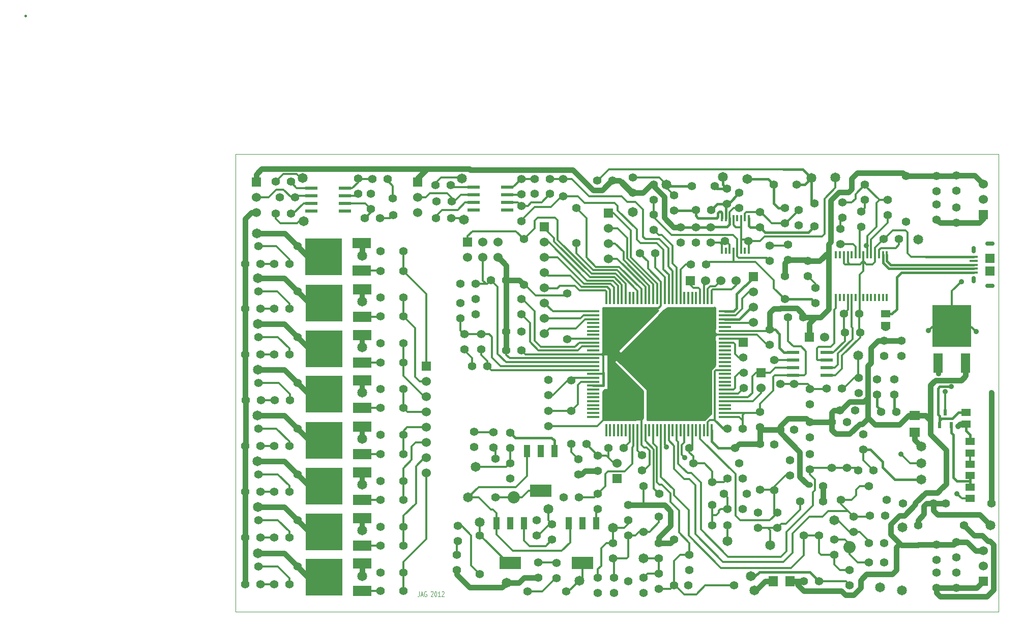
<source format=gtl>
G04 (created by PCBNEW-RS274X (2010-03-14)-final) date Wed 18 Sep 2013 10:54:27 PM EDT*
G01*
G70*
G90*
%MOIN*%
G04 Gerber Fmt 3.4, Leading zero omitted, Abs format*
%FSLAX34Y34*%
G04 APERTURE LIST*
%ADD10C,0.001000*%
%ADD11C,0.004200*%
%ADD12R,0.023600X0.039400*%
%ADD13R,0.015700X0.039300*%
%ADD14C,0.055000*%
%ADD15R,0.060000X0.060000*%
%ADD16C,0.060000*%
%ADD17C,0.065000*%
%ADD18C,0.080000*%
%ADD19R,0.144000X0.080000*%
%ADD20R,0.040000X0.080000*%
%ADD21R,0.015000X0.080000*%
%ADD22R,0.080000X0.015000*%
%ADD23R,0.016000X0.050000*%
%ADD24R,0.120000X0.065000*%
%ADD25R,0.240000X0.240000*%
%ADD26R,0.078700X0.023600*%
%ADD27R,0.059000X0.051200*%
%ADD28R,0.063000X0.071000*%
%ADD29R,0.053100X0.015700*%
%ADD30O,0.029500X0.049200*%
%ADD31O,0.061000X0.027600*%
%ADD32R,0.061000X0.061000*%
%ADD33R,0.071000X0.063000*%
%ADD34R,0.063000X0.126000*%
%ADD35R,0.255900X0.275600*%
%ADD36C,0.035000*%
%ADD37C,0.015000*%
%ADD38C,0.012400*%
%ADD39C,0.035000*%
%ADD40C,0.032100*%
%ADD41C,0.010000*%
G04 APERTURE END LIST*
G54D10*
G54D11*
X25804Y-37721D02*
X25804Y-37971D01*
X25792Y-38021D01*
X25768Y-38054D01*
X25733Y-38071D01*
X25709Y-38071D01*
X25911Y-37971D02*
X26030Y-37971D01*
X25887Y-38071D02*
X25970Y-37721D01*
X26053Y-38071D01*
X26267Y-37737D02*
X26244Y-37721D01*
X26208Y-37721D01*
X26172Y-37737D01*
X26148Y-37771D01*
X26137Y-37804D01*
X26125Y-37871D01*
X26125Y-37921D01*
X26137Y-37987D01*
X26148Y-38021D01*
X26172Y-38054D01*
X26208Y-38071D01*
X26232Y-38071D01*
X26267Y-38054D01*
X26279Y-38037D01*
X26279Y-37921D01*
X26232Y-37921D01*
X26565Y-37754D02*
X26577Y-37737D01*
X26600Y-37721D01*
X26660Y-37721D01*
X26684Y-37737D01*
X26696Y-37754D01*
X26707Y-37787D01*
X26707Y-37821D01*
X26696Y-37871D01*
X26553Y-38071D01*
X26707Y-38071D01*
X26862Y-37721D02*
X26886Y-37721D01*
X26910Y-37737D01*
X26922Y-37754D01*
X26934Y-37787D01*
X26945Y-37854D01*
X26945Y-37937D01*
X26934Y-38004D01*
X26922Y-38037D01*
X26910Y-38054D01*
X26886Y-38071D01*
X26862Y-38071D01*
X26838Y-38054D01*
X26826Y-38037D01*
X26815Y-38004D01*
X26803Y-37937D01*
X26803Y-37854D01*
X26815Y-37787D01*
X26826Y-37754D01*
X26838Y-37737D01*
X26862Y-37721D01*
X27183Y-38071D02*
X27041Y-38071D01*
X27112Y-38071D02*
X27112Y-37721D01*
X27088Y-37771D01*
X27064Y-37804D01*
X27041Y-37821D01*
X27279Y-37754D02*
X27291Y-37737D01*
X27314Y-37721D01*
X27374Y-37721D01*
X27398Y-37737D01*
X27410Y-37754D01*
X27421Y-37787D01*
X27421Y-37821D01*
X27410Y-37871D01*
X27267Y-38071D01*
X27421Y-38071D01*
G54D10*
X13760Y-39080D02*
X13760Y-09080D01*
X63760Y-39080D02*
X13760Y-39080D01*
X63760Y-09080D02*
X63760Y-39080D01*
X13760Y-09080D02*
X63760Y-09080D01*
G54D12*
X59897Y-26821D03*
X60272Y-25989D03*
X60647Y-26821D03*
G54D13*
X45635Y-15412D03*
X45885Y-15412D03*
X46135Y-15412D03*
X46385Y-15412D03*
X46635Y-15412D03*
X46885Y-15412D03*
X47135Y-15412D03*
X47385Y-15412D03*
X47385Y-13248D03*
X47135Y-13248D03*
X46885Y-13248D03*
X46635Y-13248D03*
X46385Y-13248D03*
X46135Y-13248D03*
X45885Y-13248D03*
X45635Y-13248D03*
G54D14*
X50976Y-19769D03*
X49976Y-19769D03*
X59484Y-31972D03*
X57484Y-31972D03*
X59700Y-37510D03*
X59700Y-36510D03*
X61000Y-37500D03*
X61000Y-36500D03*
X61000Y-34500D03*
X61000Y-35500D03*
X59700Y-34670D03*
X59700Y-35670D03*
X54010Y-36330D03*
X54010Y-37330D03*
X55260Y-35830D03*
X56260Y-35830D03*
X55260Y-34580D03*
X56260Y-34580D03*
X55340Y-32780D03*
X56340Y-32780D03*
X54898Y-28417D03*
X54898Y-27417D03*
X51401Y-29744D03*
X51401Y-28744D03*
X54358Y-25878D03*
X53358Y-25878D03*
X51398Y-27634D03*
X51398Y-26634D03*
X48760Y-20580D03*
X48760Y-21580D03*
X48120Y-25970D03*
X48120Y-26970D03*
X46010Y-27080D03*
X47010Y-27080D03*
X50090Y-30130D03*
X50090Y-29130D03*
X48010Y-33580D03*
X48010Y-32580D03*
X46010Y-32330D03*
X47010Y-32330D03*
X47010Y-30330D03*
X46010Y-30330D03*
X43510Y-35330D03*
X43510Y-36330D03*
X40510Y-36830D03*
X40510Y-37830D03*
X38560Y-36830D03*
X38560Y-37830D03*
X37510Y-36830D03*
X37510Y-37830D03*
X40410Y-29800D03*
X40410Y-28800D03*
X34272Y-26882D03*
X34272Y-25882D03*
X34272Y-23868D03*
X34272Y-24868D03*
X35776Y-23894D03*
X35776Y-25894D03*
X29510Y-17580D03*
X28510Y-17580D03*
X28510Y-18830D03*
X28510Y-19830D03*
X32510Y-21930D03*
X31510Y-21930D03*
X29860Y-21880D03*
X29860Y-20880D03*
X28760Y-21880D03*
X28760Y-20880D03*
X40260Y-15580D03*
X41260Y-15580D03*
X43921Y-12732D03*
X44921Y-12732D03*
X48142Y-12858D03*
X48142Y-13858D03*
X53620Y-19520D03*
X54620Y-19520D03*
X53680Y-20750D03*
X54680Y-20750D03*
X57240Y-14630D03*
X56240Y-14630D03*
G54D15*
X28970Y-14840D03*
G54D16*
X28970Y-15840D03*
X29970Y-14840D03*
X29970Y-15840D03*
X30970Y-14840D03*
X30970Y-15840D03*
G54D15*
X34010Y-13830D03*
G54D16*
X34010Y-14830D03*
X34010Y-15830D03*
X34010Y-16830D03*
X34010Y-17830D03*
X34010Y-18830D03*
X34010Y-19830D03*
X34010Y-20830D03*
G54D15*
X38210Y-12920D03*
G54D16*
X38210Y-13920D03*
X38210Y-14920D03*
X38210Y-15920D03*
G54D15*
X26268Y-22965D03*
G54D16*
X26268Y-23965D03*
X26268Y-24965D03*
X26268Y-25965D03*
X26268Y-26965D03*
X26268Y-27965D03*
X26268Y-28965D03*
X26268Y-29965D03*
X62760Y-36080D03*
X62760Y-35080D03*
G54D15*
X62760Y-37080D03*
X47680Y-17090D03*
G54D16*
X47680Y-18090D03*
X47680Y-19090D03*
X47680Y-20090D03*
G54D15*
X43560Y-17350D03*
G54D16*
X44560Y-17350D03*
X45560Y-17350D03*
X46560Y-17350D03*
G54D15*
X38760Y-30330D03*
G54D16*
X38760Y-29330D03*
G54D17*
X39795Y-12850D03*
X53071Y-10598D03*
X47524Y-36740D03*
X22048Y-18720D03*
G54D14*
X40510Y-33830D03*
X40510Y-30830D03*
X56420Y-31730D03*
X53420Y-31730D03*
X55260Y-30830D03*
X52260Y-30830D03*
X49070Y-28090D03*
X49070Y-31090D03*
X48140Y-31080D03*
X48140Y-28080D03*
X46760Y-29330D03*
X43760Y-29330D03*
X43510Y-28330D03*
X46510Y-28330D03*
X39190Y-28330D03*
X38190Y-28330D03*
G54D17*
X54563Y-22272D03*
G54D14*
X39510Y-37080D03*
X39510Y-34080D03*
X43420Y-37340D03*
X46420Y-37340D03*
X42510Y-37330D03*
X42510Y-34330D03*
X52010Y-37080D03*
X52010Y-34080D03*
X51010Y-34080D03*
X51010Y-37080D03*
X56510Y-13080D03*
X56510Y-12080D03*
G54D17*
X34260Y-32330D03*
X29510Y-29580D03*
G54D18*
X32010Y-31580D03*
G54D19*
X33760Y-31130D03*
G54D20*
X33760Y-28530D03*
X32860Y-28530D03*
X34660Y-28530D03*
G54D14*
X29400Y-27250D03*
X29400Y-28250D03*
X31760Y-29330D03*
X31760Y-30330D03*
X31760Y-27330D03*
X31760Y-28330D03*
G54D19*
X31760Y-35880D03*
G54D20*
X31760Y-33280D03*
X30860Y-33280D03*
X32660Y-33280D03*
G54D19*
X36510Y-35880D03*
G54D20*
X36510Y-33280D03*
X35610Y-33280D03*
X37410Y-33280D03*
G54D14*
X37510Y-28830D03*
X37510Y-29830D03*
X35510Y-21200D03*
X35510Y-18200D03*
X28260Y-35330D03*
X28260Y-36330D03*
X33510Y-34080D03*
X33510Y-33080D03*
X34510Y-34330D03*
X34510Y-33330D03*
G54D17*
X29750Y-33200D03*
G54D14*
X24768Y-33490D03*
X23268Y-33490D03*
X24758Y-36490D03*
X23258Y-36490D03*
X23268Y-34730D03*
X24768Y-34730D03*
X23274Y-37689D03*
X24774Y-37689D03*
X37510Y-32330D03*
X37510Y-31330D03*
X36260Y-31580D03*
X35260Y-31580D03*
X51760Y-17830D03*
X51760Y-18830D03*
X48760Y-16080D03*
X48760Y-15080D03*
G54D17*
X31530Y-37170D03*
X29010Y-31580D03*
G54D14*
X52260Y-31830D03*
X50760Y-31830D03*
X45760Y-31330D03*
X47260Y-31330D03*
X45010Y-30580D03*
X45010Y-32080D03*
X32510Y-19580D03*
X29510Y-19580D03*
X32510Y-18580D03*
X29510Y-18580D03*
G54D21*
X44965Y-18505D03*
X44710Y-18505D03*
X44455Y-18505D03*
X44200Y-18505D03*
X43945Y-18505D03*
X43685Y-18505D03*
X43430Y-18505D03*
X43175Y-18505D03*
X42920Y-18505D03*
X42665Y-18505D03*
X42405Y-18505D03*
X42150Y-18505D03*
X41895Y-18505D03*
X41640Y-18505D03*
X41380Y-18505D03*
X41125Y-18505D03*
X40870Y-18505D03*
X40615Y-18505D03*
X40355Y-18505D03*
X40100Y-18505D03*
X39845Y-18505D03*
X39590Y-18505D03*
X39335Y-18505D03*
X39075Y-18505D03*
X38820Y-18505D03*
X38565Y-18505D03*
X38310Y-18505D03*
X38055Y-18505D03*
G54D22*
X37185Y-19375D03*
X37185Y-19630D03*
X37185Y-19885D03*
X37185Y-20140D03*
X37185Y-20395D03*
X37185Y-20655D03*
X37185Y-20910D03*
X37185Y-21165D03*
X37185Y-21420D03*
X37185Y-21675D03*
X37185Y-21935D03*
X37185Y-22190D03*
X37185Y-22445D03*
X37185Y-22700D03*
X37185Y-22960D03*
X37185Y-23215D03*
X37185Y-23470D03*
X37185Y-23725D03*
X37185Y-23985D03*
X37185Y-24240D03*
X37185Y-24495D03*
X37185Y-24750D03*
X37185Y-25005D03*
X37185Y-25265D03*
X37185Y-25520D03*
X37185Y-25775D03*
X37185Y-26030D03*
X37185Y-26285D03*
G54D21*
X38055Y-27155D03*
X38310Y-27155D03*
X38565Y-27155D03*
X38820Y-27155D03*
X39075Y-27155D03*
X39335Y-27155D03*
X39590Y-27155D03*
X39845Y-27155D03*
X40100Y-27155D03*
X40355Y-27155D03*
X40615Y-27155D03*
X40870Y-27155D03*
X41125Y-27155D03*
X41380Y-27155D03*
X41640Y-27155D03*
X41895Y-27155D03*
X42150Y-27155D03*
X42405Y-27155D03*
X42665Y-27155D03*
X42920Y-27155D03*
X43175Y-27155D03*
X43430Y-27155D03*
X43685Y-27155D03*
X43945Y-27155D03*
X44200Y-27155D03*
X44455Y-27155D03*
X44710Y-27155D03*
X44965Y-27155D03*
G54D22*
X45835Y-26285D03*
X45835Y-26030D03*
X45835Y-25775D03*
X45835Y-25520D03*
X45835Y-25265D03*
X45835Y-25005D03*
X45835Y-24750D03*
X45835Y-24495D03*
X45835Y-24240D03*
X45835Y-23985D03*
X45835Y-23725D03*
X45835Y-23470D03*
X45835Y-23215D03*
X45835Y-22960D03*
X45835Y-22700D03*
X45835Y-22445D03*
X45835Y-22190D03*
X45835Y-21935D03*
X45835Y-21675D03*
X45835Y-21420D03*
X45835Y-21165D03*
X45835Y-20910D03*
X45835Y-20655D03*
X45835Y-20395D03*
X45835Y-20140D03*
X45835Y-19885D03*
X45835Y-19630D03*
X45835Y-19375D03*
G54D14*
X51693Y-13789D03*
X51693Y-12289D03*
X49760Y-17080D03*
X49760Y-18580D03*
X23258Y-28730D03*
X24758Y-28730D03*
X23258Y-31730D03*
X24758Y-31730D03*
X24758Y-21450D03*
X23258Y-21450D03*
X24758Y-24460D03*
X23258Y-24460D03*
X24758Y-27460D03*
X23258Y-27460D03*
X24758Y-30500D03*
X23258Y-30500D03*
X23258Y-22730D03*
X24758Y-22730D03*
X23258Y-25710D03*
X24758Y-25710D03*
X24758Y-18470D03*
X23258Y-18470D03*
X23258Y-19710D03*
X24758Y-19710D03*
X24758Y-15420D03*
X23258Y-15420D03*
X23258Y-16730D03*
X24758Y-16730D03*
G54D17*
X22048Y-15720D03*
X63220Y-33398D03*
X46010Y-34430D03*
X57420Y-37660D03*
X38510Y-33580D03*
X48780Y-34690D03*
X40510Y-35580D03*
X47748Y-37677D03*
G54D18*
X54010Y-34830D03*
G54D17*
X55980Y-37480D03*
X53010Y-33080D03*
X57461Y-33516D03*
X42010Y-11080D03*
X45689Y-10567D03*
X51504Y-10646D03*
X36280Y-37020D03*
G54D14*
X30510Y-17330D03*
X31510Y-17330D03*
G54D17*
X58492Y-14657D03*
X47303Y-10701D03*
G54D23*
X53110Y-18480D03*
X53360Y-18480D03*
X53620Y-18480D03*
X53880Y-18480D03*
X54130Y-18480D03*
X54390Y-18480D03*
X54650Y-18480D03*
X54900Y-18480D03*
X55160Y-18480D03*
X55410Y-18480D03*
X55670Y-18480D03*
X55930Y-18480D03*
X56180Y-18480D03*
X56440Y-18480D03*
X56440Y-15680D03*
X56180Y-15680D03*
X55940Y-15680D03*
X55670Y-15680D03*
X55410Y-15680D03*
X55160Y-15680D03*
X54900Y-15680D03*
X54650Y-15680D03*
X54390Y-15680D03*
X54130Y-15680D03*
X53880Y-15680D03*
X53620Y-15680D03*
X53360Y-15680D03*
X53110Y-15680D03*
G54D14*
X29260Y-22950D03*
X30260Y-22950D03*
X36760Y-28080D03*
X35760Y-28080D03*
X55547Y-29795D03*
X54547Y-29795D03*
X49748Y-13587D03*
X49748Y-12587D03*
X42510Y-12780D03*
X42510Y-11780D03*
X45953Y-12315D03*
X45953Y-11315D03*
X39510Y-32080D03*
X39510Y-33080D03*
X49260Y-32580D03*
X49260Y-33580D03*
X38510Y-35580D03*
X38510Y-34580D03*
X46010Y-33410D03*
X45010Y-33410D03*
X41510Y-34580D03*
X41510Y-35580D03*
X41510Y-37580D03*
X41510Y-36580D03*
X54260Y-32830D03*
X54260Y-33830D03*
X53010Y-35330D03*
X53010Y-34330D03*
X33580Y-35840D03*
X33580Y-36840D03*
X53527Y-12232D03*
X53527Y-13232D03*
X55010Y-11080D03*
X55010Y-12080D03*
G54D24*
X22043Y-16695D03*
G54D25*
X19543Y-15795D03*
G54D24*
X22043Y-14895D03*
X22048Y-22730D03*
G54D25*
X19548Y-21830D03*
G54D24*
X22048Y-20930D03*
X22048Y-19730D03*
G54D25*
X19548Y-18830D03*
G54D24*
X22048Y-17930D03*
X22048Y-28730D03*
G54D25*
X19548Y-27830D03*
G54D24*
X22048Y-26930D03*
X22048Y-31730D03*
G54D25*
X19548Y-30830D03*
G54D24*
X22048Y-29930D03*
X22067Y-37687D03*
G54D25*
X19567Y-36787D03*
G54D24*
X22067Y-35887D03*
X22048Y-34730D03*
G54D25*
X19548Y-33830D03*
G54D24*
X22048Y-32930D03*
G54D14*
X31500Y-20700D03*
X32500Y-20700D03*
X32650Y-14632D03*
X32650Y-17632D03*
X44610Y-16290D03*
X43610Y-16290D03*
X41160Y-13020D03*
X41160Y-14020D03*
X41150Y-12060D03*
X41150Y-11060D03*
X15388Y-16250D03*
X14388Y-16250D03*
X15388Y-19200D03*
X14388Y-19200D03*
X15388Y-22200D03*
X14388Y-22200D03*
X15438Y-25200D03*
X14438Y-25200D03*
X15388Y-28200D03*
X14388Y-28200D03*
X15388Y-31200D03*
X14388Y-31200D03*
X15388Y-34200D03*
X14388Y-34200D03*
X15388Y-37250D03*
X14388Y-37250D03*
X38468Y-10807D03*
X37468Y-10807D03*
X39799Y-11587D03*
X39799Y-10587D03*
X59700Y-13360D03*
X59700Y-12360D03*
X59690Y-10500D03*
X59690Y-11500D03*
X60990Y-10480D03*
X60990Y-11480D03*
X61000Y-13580D03*
X61000Y-12580D03*
G54D16*
X62760Y-12040D03*
X62760Y-11040D03*
G54D15*
X62760Y-13040D03*
G54D24*
X22058Y-25710D03*
G54D25*
X19558Y-24810D03*
G54D24*
X22058Y-23910D03*
G54D14*
X43930Y-14860D03*
X43930Y-13860D03*
X44910Y-14860D03*
X44910Y-13860D03*
X42930Y-14860D03*
X42930Y-13860D03*
X36240Y-30070D03*
X36240Y-29070D03*
X30650Y-27300D03*
X30650Y-28300D03*
X28320Y-34430D03*
X28320Y-33430D03*
X34790Y-35880D03*
X34790Y-36880D03*
X16288Y-16250D03*
X17288Y-16250D03*
X16288Y-19200D03*
X17288Y-19200D03*
X16338Y-25200D03*
X17338Y-25200D03*
X16288Y-22200D03*
X17288Y-22200D03*
X16288Y-31200D03*
X17288Y-31200D03*
X16288Y-28200D03*
X17288Y-28200D03*
X16288Y-37250D03*
X17288Y-37250D03*
X16288Y-34200D03*
X17288Y-34200D03*
X49960Y-16000D03*
X49960Y-15000D03*
X51260Y-16080D03*
X51260Y-17080D03*
X54760Y-12840D03*
X54760Y-13840D03*
X53409Y-13972D03*
X53409Y-14972D03*
X60295Y-31976D03*
X63295Y-31976D03*
X58488Y-33382D03*
X61488Y-33382D03*
G54D17*
X22048Y-27720D03*
X22048Y-30720D03*
X22048Y-33720D03*
X22048Y-36720D03*
X22058Y-24700D03*
X22048Y-21720D03*
G54D14*
X51390Y-24470D03*
X51390Y-25470D03*
X54580Y-23740D03*
X54580Y-24740D03*
X50370Y-27130D03*
X50370Y-24130D03*
X49450Y-24130D03*
X49450Y-27130D03*
X52500Y-24420D03*
X53500Y-24420D03*
G54D26*
X50280Y-22070D03*
X50280Y-22570D03*
X50280Y-23070D03*
X50280Y-23570D03*
X52480Y-23570D03*
X52480Y-23070D03*
X52480Y-22570D03*
X52480Y-22070D03*
G54D14*
X53831Y-26638D03*
X53831Y-29638D03*
X52838Y-29634D03*
X52838Y-26634D03*
X15263Y-15100D03*
X17813Y-15100D03*
X15263Y-18050D03*
X17813Y-18050D03*
X15263Y-21050D03*
X17813Y-21050D03*
X15263Y-24050D03*
X17813Y-24050D03*
X15263Y-27050D03*
X17813Y-27050D03*
X15263Y-30050D03*
X17813Y-30050D03*
X32895Y-37730D03*
X35445Y-37730D03*
X15263Y-33050D03*
X17813Y-33050D03*
X15263Y-36100D03*
X17813Y-36100D03*
X29760Y-36605D03*
X29760Y-34055D03*
X30800Y-29025D03*
X30800Y-31575D03*
X50673Y-12728D03*
X50673Y-13728D03*
X46775Y-11587D03*
X46775Y-12587D03*
G54D27*
X56358Y-19546D03*
X56358Y-20296D03*
G54D14*
X56272Y-22283D03*
X56272Y-21283D03*
X55807Y-24827D03*
X55807Y-23827D03*
X56925Y-24835D03*
X56925Y-23835D03*
X57386Y-22283D03*
X57386Y-21283D03*
X26941Y-12165D03*
X27941Y-12165D03*
X57063Y-25980D03*
X56063Y-25980D03*
X26862Y-11102D03*
X27862Y-11102D03*
X26882Y-13248D03*
X27882Y-13248D03*
X32480Y-10681D03*
X32480Y-11681D03*
X33378Y-11673D03*
X34378Y-11673D03*
X34378Y-10689D03*
X33378Y-10689D03*
X32480Y-13453D03*
X32480Y-12453D03*
G54D15*
X25709Y-10890D03*
G54D16*
X25709Y-11890D03*
X25709Y-12890D03*
G54D26*
X31553Y-12738D03*
X31553Y-12238D03*
X31553Y-11738D03*
X31553Y-11238D03*
X29353Y-11238D03*
X29353Y-11738D03*
X29353Y-12238D03*
X29353Y-12738D03*
G54D17*
X15228Y-35240D03*
X15228Y-32213D03*
X15197Y-29213D03*
X15197Y-26213D03*
X15244Y-23213D03*
X15213Y-20209D03*
X15213Y-17209D03*
X15173Y-14268D03*
G54D14*
X35236Y-10689D03*
X35236Y-11831D03*
X16646Y-11909D03*
X17646Y-11909D03*
X23713Y-10709D03*
X22713Y-10709D03*
X23244Y-13268D03*
X22244Y-13268D03*
X21791Y-10661D03*
X21791Y-11661D03*
X22630Y-11673D03*
X22630Y-12673D03*
X16390Y-10866D03*
X17390Y-10866D03*
X17390Y-12972D03*
X16390Y-12972D03*
G54D15*
X15118Y-10909D03*
G54D16*
X15118Y-11909D03*
X15118Y-12909D03*
G54D26*
X20923Y-12797D03*
X20923Y-12297D03*
X20923Y-11797D03*
X20923Y-11297D03*
X18723Y-11297D03*
X18723Y-11797D03*
X18723Y-12297D03*
X18723Y-12797D03*
G54D17*
X18177Y-10646D03*
X18220Y-13476D03*
X28602Y-10650D03*
X28720Y-13366D03*
G54D14*
X24071Y-11953D03*
X24091Y-13079D03*
G54D17*
X58701Y-30413D03*
X58701Y-29331D03*
X58701Y-28228D03*
G54D14*
X47050Y-23400D03*
X47050Y-24400D03*
X36100Y-12600D03*
X36080Y-14900D03*
G54D28*
X50081Y-37079D03*
X48981Y-37079D03*
G54D29*
X62126Y-16828D03*
X62126Y-16571D03*
X62126Y-16315D03*
X62126Y-16059D03*
X62126Y-15803D03*
G54D30*
X62126Y-17299D03*
X62126Y-15331D03*
G54D31*
X63189Y-17693D03*
X63189Y-14937D03*
G54D32*
X63189Y-16719D03*
X63189Y-15911D03*
G54D27*
X61886Y-29392D03*
X61886Y-30142D03*
X61634Y-26753D03*
X61634Y-26003D03*
X61886Y-30892D03*
X61886Y-31642D03*
X61886Y-27912D03*
X61886Y-28662D03*
G54D14*
X43671Y-11177D03*
X45171Y-11177D03*
X49041Y-11079D03*
X50541Y-11079D03*
X57685Y-13496D03*
X57685Y-10496D03*
G54D15*
X47037Y-21390D03*
G54D14*
X47037Y-22390D03*
G54D15*
X51366Y-21067D03*
G54D16*
X52366Y-21067D03*
G54D33*
X58272Y-26206D03*
X58272Y-27306D03*
G54D15*
X48201Y-23398D03*
G54D16*
X48201Y-24398D03*
G54D34*
X59799Y-22777D03*
X61611Y-22777D03*
G54D35*
X60705Y-20317D03*
G54D14*
X41510Y-32830D03*
X41516Y-31339D03*
G54D36*
X42012Y-28256D03*
X61331Y-17417D03*
X62291Y-20713D03*
X59177Y-20626D03*
X60272Y-24638D03*
X57358Y-28724D03*
X61024Y-31319D03*
G54D14*
X47350Y-14780D03*
X45830Y-14780D03*
X49070Y-22570D03*
G54D36*
X55083Y-15071D03*
G54D14*
X56358Y-20394D03*
G54D36*
X51398Y-30728D03*
X59311Y-26807D03*
X61090Y-26898D03*
X43209Y-28949D03*
X59827Y-23461D03*
X60677Y-24311D03*
X63291Y-24689D03*
G54D37*
X00000Y00000D02*
X00000Y00000D01*
G54D38*
X39335Y-18505D02*
X39335Y-17575D01*
X33360Y-13922D02*
X32650Y-14632D01*
X33360Y-13420D02*
X33360Y-13922D01*
X33560Y-13220D02*
X33360Y-13420D01*
X34680Y-13220D02*
X33560Y-13220D01*
X34870Y-13410D02*
X34680Y-13220D01*
X34870Y-14690D02*
X34870Y-13410D01*
X37090Y-16910D02*
X34870Y-14690D01*
X38670Y-16910D02*
X37090Y-16910D01*
X39335Y-17575D02*
X38670Y-16910D01*
X28970Y-14840D02*
X28970Y-14440D01*
X32138Y-14120D02*
X32650Y-14632D01*
X29290Y-14120D02*
X32138Y-14120D01*
X28970Y-14440D02*
X29290Y-14120D01*
X42150Y-18505D02*
X42150Y-16965D01*
X36193Y-11831D02*
X35236Y-11831D01*
X36618Y-12256D02*
X36193Y-11831D01*
X38590Y-12256D02*
X36618Y-12256D01*
X38803Y-12469D02*
X38590Y-12256D01*
X38803Y-12755D02*
X38803Y-12469D01*
X40051Y-14003D02*
X38803Y-12755D01*
X40051Y-14657D02*
X40051Y-14003D01*
X40299Y-14905D02*
X40051Y-14657D01*
X41370Y-14905D02*
X40299Y-14905D01*
X41803Y-15338D02*
X41370Y-14905D01*
X41803Y-16618D02*
X41803Y-15338D01*
X42150Y-16965D02*
X41803Y-16618D01*
X35236Y-11831D02*
X35130Y-11831D01*
X32480Y-13414D02*
X32480Y-13453D01*
X33366Y-12528D02*
X32480Y-13414D01*
X34433Y-12528D02*
X33366Y-12528D01*
X35130Y-11831D02*
X34433Y-12528D01*
X39059Y-11815D02*
X36925Y-11815D01*
X36925Y-11815D02*
X35799Y-10689D01*
X35799Y-10689D02*
X35236Y-10689D01*
X39059Y-11815D02*
X39433Y-12189D01*
X40055Y-12283D02*
X40055Y-12284D01*
X40476Y-12705D02*
X40055Y-12284D01*
X40476Y-14484D02*
X40476Y-12705D01*
X40634Y-14642D02*
X40476Y-14484D01*
X41536Y-14642D02*
X40634Y-14642D01*
X42118Y-15224D02*
X41536Y-14642D01*
X42118Y-16441D02*
X42118Y-15224D01*
X42405Y-16728D02*
X42118Y-16441D01*
X42405Y-18505D02*
X42405Y-16728D01*
X39433Y-12189D02*
X39961Y-12189D01*
X39961Y-12189D02*
X40055Y-12283D01*
X35799Y-10689D02*
X35236Y-10689D01*
X34378Y-10689D02*
X35236Y-10689D01*
X39845Y-27155D02*
X39845Y-28205D01*
X39845Y-28205D02*
X39760Y-28290D01*
X39760Y-28290D02*
X39760Y-29360D01*
X39760Y-29360D02*
X39260Y-29860D01*
X39260Y-29860D02*
X38170Y-29860D01*
X38170Y-29860D02*
X38010Y-30020D01*
X38010Y-30020D02*
X38010Y-30830D01*
X38010Y-30830D02*
X37510Y-31330D01*
X36260Y-31580D02*
X37260Y-31580D01*
X37260Y-31580D02*
X37510Y-31330D01*
X40510Y-33830D02*
X40890Y-33830D01*
X41510Y-33210D02*
X40890Y-33830D01*
X41510Y-32830D02*
X41510Y-33210D01*
X41193Y-31013D02*
X41174Y-30994D01*
X41193Y-31016D02*
X41193Y-31013D01*
X41516Y-31339D02*
X41193Y-31016D01*
X40615Y-27155D02*
X40615Y-27865D01*
X41174Y-28424D02*
X41174Y-30994D01*
X40615Y-27865D02*
X41174Y-28424D01*
X41174Y-30994D02*
X41510Y-31330D01*
X38560Y-36830D02*
X38560Y-35630D01*
X38560Y-35630D02*
X38510Y-35580D01*
X38510Y-35580D02*
X39380Y-35580D01*
X39500Y-34090D02*
X39510Y-34080D01*
X39500Y-35460D02*
X39500Y-34090D01*
X39380Y-35580D02*
X39500Y-35460D01*
X39510Y-34080D02*
X39950Y-34080D01*
X39950Y-34080D02*
X40200Y-33830D01*
X40200Y-33830D02*
X40510Y-33830D01*
X41380Y-18505D02*
X41380Y-17550D01*
X38530Y-12920D02*
X38210Y-12920D01*
X39660Y-14050D02*
X38530Y-12920D01*
X39660Y-15830D02*
X39660Y-14050D01*
X41380Y-17550D02*
X39660Y-15830D01*
X41125Y-18505D02*
X41125Y-17605D01*
X38790Y-13920D02*
X38210Y-13920D01*
X39420Y-14550D02*
X38790Y-13920D01*
X39420Y-15900D02*
X39420Y-14550D01*
X41125Y-17605D02*
X39420Y-15900D01*
X40870Y-18505D02*
X40870Y-17690D01*
X38630Y-14920D02*
X38210Y-14920D01*
X39180Y-15470D02*
X38630Y-14920D01*
X39180Y-16000D02*
X39180Y-15470D01*
X40870Y-17690D02*
X39180Y-16000D01*
X40615Y-18505D02*
X40615Y-17775D01*
X38760Y-15920D02*
X38210Y-15920D01*
X40615Y-17775D02*
X38760Y-15920D01*
X39075Y-18505D02*
X39075Y-17625D01*
X34010Y-13940D02*
X34010Y-13830D01*
X34640Y-14570D02*
X34010Y-13940D01*
X34640Y-14790D02*
X34640Y-14570D01*
X36980Y-17130D02*
X34640Y-14790D01*
X38580Y-17130D02*
X36980Y-17130D01*
X39075Y-17625D02*
X38580Y-17130D01*
X38820Y-18505D02*
X38820Y-17692D01*
X36812Y-17352D02*
X34290Y-14830D01*
X38480Y-17352D02*
X36812Y-17352D01*
X38820Y-17692D02*
X38480Y-17352D01*
X34290Y-14830D02*
X34010Y-14830D01*
X38565Y-18505D02*
X38565Y-17805D01*
X38565Y-17805D02*
X38314Y-17554D01*
X36584Y-17554D02*
X34860Y-15830D01*
X38314Y-17554D02*
X36584Y-17554D01*
X34860Y-15830D02*
X34010Y-15830D01*
X38310Y-18505D02*
X38310Y-17960D01*
X38310Y-17960D02*
X38128Y-17778D01*
X34223Y-17043D02*
X34010Y-16830D01*
X35696Y-17043D02*
X34223Y-17043D01*
X35955Y-17302D02*
X35696Y-17043D01*
X36431Y-17778D02*
X35955Y-17302D01*
X38128Y-17778D02*
X36431Y-17778D01*
X38055Y-18505D02*
X38055Y-18061D01*
X34028Y-17848D02*
X34010Y-17830D01*
X34849Y-17848D02*
X34028Y-17848D01*
X35007Y-17690D02*
X34849Y-17848D01*
X36002Y-17690D02*
X35007Y-17690D01*
X36306Y-17994D02*
X36002Y-17690D01*
X37988Y-17994D02*
X36306Y-17994D01*
X38055Y-18061D02*
X37988Y-17994D01*
X37185Y-19375D02*
X34549Y-19375D01*
X34010Y-18836D02*
X34010Y-18830D01*
X34549Y-19375D02*
X34010Y-18836D01*
X37185Y-19630D02*
X36550Y-19630D01*
X36550Y-19630D02*
X36350Y-19830D01*
X36350Y-19830D02*
X34010Y-19830D01*
X37185Y-19885D02*
X36665Y-19885D01*
X36665Y-19885D02*
X36050Y-20500D01*
X36050Y-20500D02*
X34340Y-20500D01*
X34340Y-20500D02*
X34010Y-20830D01*
X41895Y-28139D02*
X42012Y-28256D01*
X41895Y-27155D02*
X41895Y-28139D01*
X51390Y-24470D02*
X52450Y-24470D01*
X52450Y-24470D02*
X52500Y-24420D01*
X50370Y-24130D02*
X51250Y-24130D01*
X51390Y-24270D02*
X51390Y-24470D01*
X51250Y-24130D02*
X51390Y-24270D01*
X49450Y-24130D02*
X50370Y-24130D01*
X60705Y-20317D02*
X60705Y-18043D01*
X60705Y-18043D02*
X61331Y-17417D01*
X60705Y-20317D02*
X61895Y-20317D01*
X61895Y-20317D02*
X62291Y-20713D01*
X60705Y-20317D02*
X59486Y-20317D01*
X59486Y-20317D02*
X59177Y-20626D01*
X60272Y-25989D02*
X60272Y-24638D01*
X49976Y-21036D02*
X49976Y-21319D01*
X50815Y-21677D02*
X51130Y-21992D01*
X50334Y-21677D02*
X50815Y-21677D01*
X49976Y-21319D02*
X50334Y-21677D01*
X47350Y-14780D02*
X48117Y-14780D01*
X53071Y-11275D02*
X53071Y-10598D01*
X52358Y-11988D02*
X53071Y-11275D01*
X52358Y-14291D02*
X52358Y-11988D01*
X52184Y-14465D02*
X52358Y-14291D01*
X48432Y-14465D02*
X52184Y-14465D01*
X48117Y-14780D02*
X48432Y-14465D01*
X52010Y-37080D02*
X53760Y-37080D01*
X53760Y-37080D02*
X54010Y-37330D01*
X57965Y-29331D02*
X58701Y-29331D01*
X57358Y-28724D02*
X57965Y-29331D01*
X61886Y-31642D02*
X61347Y-31642D01*
X61347Y-31642D02*
X61024Y-31319D01*
G54D37*
X37185Y-24240D02*
X37870Y-24240D01*
X37865Y-24235D02*
X37865Y-23409D01*
X37870Y-24240D02*
X37865Y-24235D01*
X47524Y-36740D02*
X47811Y-36740D01*
X51391Y-36461D02*
X52010Y-37080D01*
X48090Y-36461D02*
X51391Y-36461D01*
X47811Y-36740D02*
X48090Y-36461D01*
G54D38*
X31553Y-11738D02*
X32423Y-11738D01*
X32423Y-11738D02*
X32480Y-11681D01*
X20923Y-11797D02*
X21655Y-11797D01*
X21655Y-11797D02*
X21791Y-11661D01*
X45850Y-14860D02*
X45850Y-14800D01*
X47350Y-14780D02*
X47385Y-14815D01*
X45850Y-14800D02*
X45830Y-14780D01*
X47385Y-14815D02*
X47385Y-15412D01*
X50280Y-23570D02*
X49100Y-23570D01*
X48120Y-25440D02*
X48120Y-25970D01*
X49010Y-24550D02*
X48120Y-25440D01*
X49010Y-23660D02*
X49010Y-24550D01*
X49100Y-23570D02*
X49010Y-23660D01*
X47010Y-27080D02*
X47010Y-26150D01*
X47090Y-26040D02*
X47090Y-26030D01*
X47100Y-26030D02*
X47090Y-26040D01*
X47130Y-26030D02*
X47100Y-26030D01*
X47010Y-26150D02*
X47130Y-26030D01*
X45835Y-26030D02*
X47090Y-26030D01*
X47090Y-26030D02*
X48060Y-26030D01*
X48060Y-26030D02*
X48120Y-25970D01*
X45635Y-15412D02*
X45635Y-14985D01*
X45550Y-14900D02*
X45550Y-14860D01*
X45510Y-14860D02*
X45550Y-14900D01*
X45635Y-14985D02*
X45510Y-14860D01*
X44910Y-14860D02*
X45550Y-14860D01*
X45550Y-14860D02*
X45850Y-14860D01*
X45850Y-14860D02*
X46010Y-14860D01*
X46135Y-14985D02*
X46135Y-15412D01*
X46010Y-14860D02*
X46135Y-14985D01*
X50280Y-23570D02*
X51040Y-23570D01*
X51040Y-23570D02*
X51130Y-23480D01*
X51130Y-23480D02*
X51130Y-21992D01*
X49976Y-21036D02*
X49976Y-19769D01*
X46385Y-13248D02*
X46385Y-13706D01*
X46542Y-13863D02*
X46885Y-13863D01*
X46385Y-13706D02*
X46542Y-13863D01*
X40355Y-26463D02*
X37919Y-26463D01*
X37843Y-26539D02*
X37843Y-26516D01*
X37919Y-26463D02*
X37843Y-26539D01*
X37185Y-22190D02*
X37728Y-22190D01*
X37728Y-22190D02*
X37750Y-22190D01*
X37804Y-23470D02*
X37185Y-23470D01*
X37865Y-23409D02*
X37804Y-23470D01*
X37865Y-22305D02*
X37865Y-23409D01*
X37750Y-22190D02*
X37865Y-22305D01*
X41640Y-18505D02*
X41640Y-19001D01*
X37773Y-22190D02*
X37185Y-22190D01*
X37865Y-22098D02*
X37773Y-22190D01*
X37865Y-19160D02*
X37865Y-22098D01*
X37863Y-19158D02*
X37865Y-19160D01*
X41483Y-19158D02*
X37863Y-19158D01*
X41640Y-19001D02*
X41551Y-19090D01*
X41551Y-19090D02*
X41483Y-19158D01*
X45835Y-20910D02*
X45282Y-20910D01*
X41640Y-18998D02*
X41640Y-18505D01*
X38780Y-21858D02*
X41640Y-18998D01*
X38780Y-22065D02*
X38780Y-21858D01*
X38891Y-22176D02*
X38780Y-22065D01*
X39085Y-22176D02*
X38891Y-22176D01*
X42103Y-19158D02*
X39085Y-22176D01*
X45159Y-19158D02*
X42103Y-19158D01*
X45174Y-19143D02*
X45159Y-19158D01*
X45174Y-20802D02*
X45174Y-19143D01*
X45282Y-20910D02*
X45174Y-20802D01*
X40355Y-27155D02*
X40355Y-26463D01*
X40355Y-26463D02*
X40355Y-24633D01*
X45172Y-21018D02*
X45280Y-20910D01*
X45172Y-22993D02*
X45172Y-21018D01*
X44931Y-23234D02*
X45172Y-22993D01*
X44931Y-26093D02*
X44931Y-23234D01*
X44530Y-26494D02*
X44931Y-26093D01*
X40814Y-26494D02*
X44530Y-26494D01*
X40813Y-26495D02*
X40814Y-26494D01*
X40813Y-24451D02*
X40813Y-26495D01*
X38820Y-22458D02*
X40813Y-24451D01*
X38635Y-22458D02*
X38820Y-22458D01*
X38500Y-22593D02*
X38635Y-22458D01*
X38500Y-22778D02*
X38500Y-22593D01*
X40355Y-24633D02*
X38500Y-22778D01*
X45280Y-20910D02*
X45835Y-20910D01*
X34272Y-26882D02*
X37477Y-26882D01*
X37477Y-26882D02*
X37843Y-26516D01*
X47385Y-15412D02*
X47385Y-14815D01*
X47385Y-14815D02*
X47230Y-14660D01*
X46882Y-14684D02*
X46885Y-14684D01*
X46882Y-14663D02*
X46882Y-14684D01*
X46885Y-14660D02*
X46882Y-14663D01*
X47230Y-14660D02*
X46885Y-14660D01*
X46885Y-13248D02*
X46885Y-13863D01*
X46885Y-13863D02*
X46885Y-14684D01*
X46885Y-14684D02*
X46885Y-15412D01*
X37185Y-22190D02*
X32770Y-22190D01*
X32770Y-22190D02*
X32510Y-21930D01*
X40355Y-27155D02*
X40355Y-28125D01*
X40355Y-28125D02*
X40540Y-28310D01*
X40540Y-28310D02*
X40700Y-28310D01*
X40700Y-28310D02*
X40900Y-28510D01*
X40900Y-28510D02*
X40900Y-29440D01*
X40900Y-29440D02*
X40540Y-29800D01*
X40540Y-29800D02*
X40410Y-29800D01*
X45835Y-26285D02*
X46755Y-26285D01*
X47010Y-26540D02*
X47010Y-27080D01*
X46755Y-26285D02*
X47010Y-26540D01*
X45835Y-20910D02*
X47920Y-20910D01*
X47920Y-20910D02*
X48590Y-21580D01*
X48590Y-21580D02*
X48760Y-21580D01*
X41640Y-18505D02*
X41640Y-17420D01*
X40780Y-16110D02*
X40260Y-15590D01*
X40780Y-16560D02*
X40780Y-16110D01*
X41640Y-17420D02*
X40780Y-16560D01*
X40260Y-15590D02*
X40260Y-15580D01*
X40355Y-18505D02*
X40355Y-17895D01*
X36760Y-13260D02*
X36100Y-12600D01*
X36760Y-15840D02*
X36760Y-13260D01*
X37370Y-16450D02*
X36760Y-15840D01*
X38910Y-16450D02*
X37370Y-16450D01*
X40355Y-17895D02*
X38910Y-16450D01*
X37185Y-22700D02*
X31480Y-22700D01*
X31480Y-22700D02*
X30930Y-22150D01*
X30930Y-22150D02*
X30930Y-17750D01*
X30930Y-17750D02*
X30510Y-17330D01*
X29970Y-15840D02*
X29970Y-17350D01*
X29970Y-17350D02*
X30200Y-17580D01*
X29510Y-17580D02*
X30200Y-17580D01*
X30200Y-17580D02*
X30260Y-17580D01*
X30260Y-17580D02*
X30510Y-17330D01*
X45835Y-25265D02*
X47672Y-25265D01*
X48201Y-24736D02*
X48201Y-24398D01*
X47672Y-25265D02*
X48201Y-24736D01*
X50280Y-22570D02*
X49070Y-22570D01*
X49070Y-31090D02*
X49070Y-32390D01*
X49070Y-32390D02*
X49260Y-32580D01*
X49070Y-31090D02*
X49070Y-30860D01*
X49800Y-30130D02*
X50090Y-30130D01*
X49070Y-30860D02*
X49800Y-30130D01*
X48140Y-31080D02*
X49060Y-31080D01*
X49060Y-31080D02*
X49070Y-31090D01*
X44200Y-27155D02*
X44200Y-27720D01*
X49260Y-32586D02*
X49260Y-32580D01*
X48773Y-33073D02*
X49260Y-32586D01*
X46833Y-33073D02*
X48773Y-33073D01*
X46520Y-32760D02*
X46833Y-33073D01*
X46520Y-30040D02*
X46520Y-32760D01*
X44200Y-27720D02*
X46520Y-30040D01*
X41640Y-27155D02*
X41640Y-30220D01*
X41640Y-30220D02*
X42480Y-31060D01*
X42480Y-31060D02*
X42480Y-31440D01*
X42480Y-31440D02*
X43450Y-32410D01*
X43450Y-32410D02*
X43450Y-34080D01*
X43450Y-34080D02*
X45570Y-36200D01*
X45570Y-36200D02*
X50160Y-36200D01*
X50160Y-36200D02*
X51010Y-35350D01*
X51010Y-35350D02*
X51010Y-34080D01*
X52010Y-34080D02*
X51010Y-34080D01*
X53010Y-35330D02*
X52140Y-35330D01*
X52010Y-35200D02*
X52010Y-34080D01*
X52140Y-35330D02*
X52010Y-35200D01*
X54010Y-36330D02*
X53360Y-36330D01*
X53010Y-35980D02*
X53010Y-35330D01*
X53360Y-36330D02*
X53010Y-35980D01*
X53527Y-12232D02*
X54138Y-12232D01*
X54382Y-11708D02*
X55010Y-11080D01*
X54382Y-11988D02*
X54382Y-11708D01*
X54138Y-12232D02*
X54382Y-11988D01*
X55160Y-15148D02*
X55160Y-15680D01*
X55083Y-15071D02*
X55160Y-15148D01*
X56358Y-20394D02*
X56358Y-20296D01*
X52480Y-22070D02*
X52930Y-22070D01*
X53680Y-21320D02*
X53680Y-20750D01*
X52930Y-22070D02*
X53680Y-21320D01*
X53880Y-18480D02*
X53880Y-19260D01*
X53880Y-19260D02*
X53620Y-19520D01*
X55160Y-15680D02*
X55160Y-14440D01*
X55770Y-12270D02*
X55960Y-12080D01*
X55770Y-13830D02*
X55770Y-12270D01*
X55160Y-14440D02*
X55770Y-13830D01*
X55960Y-12080D02*
X56510Y-12080D01*
X55010Y-11080D02*
X55010Y-11130D01*
X55010Y-11130D02*
X55960Y-12080D01*
X55960Y-12080D02*
X56510Y-12080D01*
X53620Y-19520D02*
X53620Y-20690D01*
X53620Y-20690D02*
X53680Y-20750D01*
X56240Y-14630D02*
X56264Y-14630D01*
X58043Y-15803D02*
X58992Y-15803D01*
X57803Y-15563D02*
X58043Y-15803D01*
X57803Y-14204D02*
X57803Y-15563D01*
X57666Y-14067D02*
X57803Y-14204D01*
X56827Y-14067D02*
X57666Y-14067D01*
X56264Y-14630D02*
X56827Y-14067D01*
X55670Y-15680D02*
X55670Y-15200D01*
X55670Y-15200D02*
X56240Y-14630D01*
G54D37*
X58992Y-15803D02*
X62126Y-15803D01*
G54D38*
X52480Y-23570D02*
X53067Y-23570D01*
X54680Y-21100D02*
X54680Y-20750D01*
X53500Y-22280D02*
X54680Y-21100D01*
X53500Y-23137D02*
X53500Y-22280D01*
X53067Y-23570D02*
X53500Y-23137D01*
X54650Y-18480D02*
X54650Y-19490D01*
X54650Y-19490D02*
X54620Y-19520D01*
X55670Y-15680D02*
X55670Y-16130D01*
X55670Y-16130D02*
X55510Y-16290D01*
X55510Y-16290D02*
X55110Y-16290D01*
X55110Y-16290D02*
X54900Y-16080D01*
X54900Y-16080D02*
X54900Y-15680D01*
X53620Y-15680D02*
X53620Y-16220D01*
X53620Y-16220D02*
X53690Y-16290D01*
X53690Y-16290D02*
X54690Y-16290D01*
X54690Y-16290D02*
X54900Y-16080D01*
X54900Y-16080D02*
X54900Y-15680D01*
X53880Y-15680D02*
X53880Y-16180D01*
X53880Y-16180D02*
X53990Y-16290D01*
X53990Y-16290D02*
X54690Y-16290D01*
X54690Y-16290D02*
X54900Y-16080D01*
X54900Y-16080D02*
X54900Y-15680D01*
X54650Y-18480D02*
X54650Y-16970D01*
X54650Y-16970D02*
X54900Y-16720D01*
X54900Y-16720D02*
X54900Y-15680D01*
X54620Y-19520D02*
X54620Y-20690D01*
X54620Y-20690D02*
X54680Y-20750D01*
G54D37*
X56440Y-15680D02*
X56440Y-16074D01*
X56681Y-16315D02*
X57441Y-16315D01*
X56440Y-16074D02*
X56681Y-16315D01*
X62126Y-16315D02*
X57441Y-16315D01*
X56180Y-15680D02*
X56180Y-16188D01*
X56563Y-16571D02*
X62126Y-16571D01*
X56180Y-16188D02*
X56563Y-16571D01*
G54D38*
X50280Y-23070D02*
X49119Y-23070D01*
X48791Y-23398D02*
X48201Y-23398D01*
X49119Y-23070D02*
X48791Y-23398D01*
X45835Y-25005D02*
X47325Y-25005D01*
X47325Y-25005D02*
X47614Y-24716D01*
X47614Y-24716D02*
X47614Y-23645D01*
X47614Y-23645D02*
X47861Y-23398D01*
X47861Y-23398D02*
X48201Y-23398D01*
G54D37*
X62126Y-16828D02*
X57388Y-16828D01*
X56773Y-19546D02*
X56358Y-19546D01*
X57090Y-19229D02*
X56773Y-19546D01*
X57090Y-17126D02*
X57090Y-19229D01*
X57388Y-16828D02*
X57090Y-17126D01*
G54D39*
X15173Y-14268D02*
X16981Y-14268D01*
X16981Y-14268D02*
X17813Y-15100D01*
X19543Y-15795D02*
X18508Y-15795D01*
X18508Y-15795D02*
X17813Y-15100D01*
X15213Y-17209D02*
X16972Y-17209D01*
X16972Y-17209D02*
X17813Y-18050D01*
X19548Y-18830D02*
X18593Y-18830D01*
X18593Y-18830D02*
X17813Y-18050D01*
X15213Y-20209D02*
X16972Y-20209D01*
X16972Y-20209D02*
X17813Y-21050D01*
X19548Y-21830D02*
X18593Y-21830D01*
X18593Y-21830D02*
X17813Y-21050D01*
X15244Y-23213D02*
X16976Y-23213D01*
X16976Y-23213D02*
X17813Y-24050D01*
X19558Y-24810D02*
X18573Y-24810D01*
X18573Y-24810D02*
X17813Y-24050D01*
X15197Y-26213D02*
X16976Y-26213D01*
X16976Y-26213D02*
X17813Y-27050D01*
X19548Y-27830D02*
X18593Y-27830D01*
X18593Y-27830D02*
X17813Y-27050D01*
X15197Y-29213D02*
X16976Y-29213D01*
X16976Y-29213D02*
X17813Y-30050D01*
X19548Y-30830D02*
X18593Y-30830D01*
X18593Y-30830D02*
X17813Y-30050D01*
X15228Y-32213D02*
X16976Y-32213D01*
X16976Y-32213D02*
X17813Y-33050D01*
X19548Y-33830D02*
X18593Y-33830D01*
X18593Y-33830D02*
X17813Y-33050D01*
X15228Y-35240D02*
X16953Y-35240D01*
X16953Y-35240D02*
X17813Y-36100D01*
X19567Y-36787D02*
X18500Y-36787D01*
X18500Y-36787D02*
X17813Y-36100D01*
X31530Y-37170D02*
X32331Y-37170D01*
X32661Y-36840D02*
X33580Y-36840D01*
X32331Y-37170D02*
X32661Y-36840D01*
X28260Y-36330D02*
X28260Y-36640D01*
X28260Y-36640D02*
X29090Y-37470D01*
X29090Y-37470D02*
X31230Y-37470D01*
X31230Y-37470D02*
X31530Y-37170D01*
X14388Y-34200D02*
X14388Y-37250D01*
X14388Y-31200D02*
X14388Y-34200D01*
X14388Y-28200D02*
X14388Y-31200D01*
X14438Y-25200D02*
X14438Y-28150D01*
X14438Y-28150D02*
X14388Y-28200D01*
X14388Y-22200D02*
X14388Y-25150D01*
X14388Y-25150D02*
X14438Y-25200D01*
X14388Y-19200D02*
X14388Y-22200D01*
X14388Y-16250D02*
X14388Y-19200D01*
X15118Y-12909D02*
X14787Y-12909D01*
X14787Y-12909D02*
X14388Y-13308D01*
X14388Y-13308D02*
X14388Y-16250D01*
G54D38*
X14388Y-13308D02*
X14388Y-16250D01*
X31230Y-37470D02*
X31530Y-37170D01*
X29090Y-37470D02*
X31230Y-37470D01*
X28260Y-36640D02*
X29090Y-37470D01*
X14787Y-12909D02*
X14388Y-13308D01*
G54D39*
X22048Y-15720D02*
X22048Y-14900D01*
X22048Y-14900D02*
X22043Y-14895D01*
G54D40*
X22048Y-17930D02*
X22048Y-18720D01*
X22048Y-20930D02*
X22048Y-21720D01*
X22058Y-23910D02*
X22058Y-24700D01*
X22048Y-26930D02*
X22048Y-27720D01*
X22048Y-29930D02*
X22048Y-30720D01*
X22048Y-32930D02*
X22048Y-33720D01*
G54D39*
X22067Y-35887D02*
X22067Y-36701D01*
X22067Y-36701D02*
X22048Y-36720D01*
G54D38*
X26268Y-22965D02*
X26268Y-18240D01*
X26268Y-18240D02*
X24758Y-16730D01*
X24758Y-15420D02*
X24758Y-16730D01*
X26268Y-23965D02*
X25816Y-23965D01*
X25520Y-20472D02*
X24758Y-19710D01*
X25520Y-23669D02*
X25520Y-20472D01*
X25816Y-23965D02*
X25520Y-23669D01*
X24758Y-18470D02*
X24758Y-19710D01*
X26268Y-24965D02*
X26135Y-24965D01*
X24758Y-23588D02*
X24758Y-22730D01*
X26135Y-24965D02*
X24758Y-23588D01*
X24758Y-21450D02*
X24758Y-22730D01*
X26268Y-25965D02*
X25013Y-25965D01*
X25013Y-25965D02*
X24758Y-25710D01*
X24758Y-24460D02*
X24758Y-25710D01*
X26268Y-26965D02*
X25011Y-26965D01*
X24758Y-27218D02*
X24758Y-27460D01*
X25011Y-26965D02*
X24758Y-27218D01*
X24758Y-27460D02*
X24758Y-28730D01*
X26268Y-27965D02*
X25555Y-27965D01*
X24758Y-29656D02*
X24758Y-30500D01*
X25303Y-29111D02*
X24758Y-29656D01*
X25303Y-28217D02*
X25303Y-29111D01*
X25555Y-27965D02*
X25303Y-28217D01*
X24758Y-30500D02*
X24758Y-31730D01*
X26268Y-28965D02*
X26145Y-28965D01*
X24768Y-32771D02*
X24768Y-33490D01*
X25591Y-31948D02*
X24768Y-32771D01*
X25591Y-29519D02*
X25591Y-31948D01*
X26145Y-28965D02*
X25591Y-29519D01*
X24768Y-33490D02*
X24768Y-34730D01*
X26268Y-29965D02*
X26268Y-34299D01*
X24758Y-35809D02*
X24758Y-36490D01*
X26268Y-34299D02*
X24758Y-35809D01*
X24758Y-36490D02*
X24758Y-37673D01*
X24758Y-37673D02*
X24774Y-37689D01*
G54D39*
X59311Y-26807D02*
X59311Y-24193D01*
X61611Y-23606D02*
X61611Y-22777D01*
X61331Y-23886D02*
X61611Y-23606D01*
X59618Y-23886D02*
X61331Y-23886D01*
X59311Y-24193D02*
X59618Y-23886D01*
X60319Y-30696D02*
X59976Y-31039D01*
X59976Y-31039D02*
X59976Y-31040D01*
X58295Y-32043D02*
X57586Y-32752D01*
X58295Y-31941D02*
X58295Y-32043D01*
X58980Y-31256D02*
X58295Y-31941D01*
X59760Y-31256D02*
X58980Y-31256D01*
X59976Y-31040D02*
X59760Y-31256D01*
X57272Y-32752D02*
X57586Y-32752D01*
X57586Y-32752D02*
X57980Y-32358D01*
X57980Y-32358D02*
X58098Y-32240D01*
X58098Y-32240D02*
X57980Y-32358D01*
X52260Y-30830D02*
X52260Y-31830D01*
X49450Y-27130D02*
X49450Y-27308D01*
X51251Y-30728D02*
X51398Y-30728D01*
X50740Y-30217D02*
X51251Y-30728D01*
X50740Y-28598D02*
X50740Y-30217D01*
X49450Y-27308D02*
X50740Y-28598D01*
X48140Y-28080D02*
X46760Y-28080D01*
X46760Y-28080D02*
X46510Y-28330D01*
X48120Y-26970D02*
X48120Y-28060D01*
X48120Y-28060D02*
X48140Y-28080D01*
X49450Y-27130D02*
X48280Y-27130D01*
X48280Y-27130D02*
X48120Y-26970D01*
X58272Y-26206D02*
X57857Y-26206D01*
X55677Y-26799D02*
X55201Y-26323D01*
X57264Y-26799D02*
X55677Y-26799D01*
X57857Y-26206D02*
X57264Y-26799D01*
X49450Y-27130D02*
X49450Y-26888D01*
X51146Y-26382D02*
X51398Y-26634D01*
X49956Y-26382D02*
X51146Y-26382D01*
X49450Y-26888D02*
X49956Y-26382D01*
X55201Y-25035D02*
X55201Y-26323D01*
X55201Y-26323D02*
X55201Y-26393D01*
X53090Y-27409D02*
X52838Y-27157D01*
X54012Y-27409D02*
X53090Y-27409D01*
X54649Y-26772D02*
X54012Y-27409D01*
X54822Y-26772D02*
X54649Y-26772D01*
X55201Y-26393D02*
X54822Y-26772D01*
X52838Y-27157D02*
X52838Y-26634D01*
X51398Y-26634D02*
X52838Y-26634D01*
X53358Y-25878D02*
X52957Y-25878D01*
X52957Y-25878D02*
X52838Y-25997D01*
X52838Y-25997D02*
X52838Y-26634D01*
X56272Y-21283D02*
X55862Y-21283D01*
X53437Y-25878D02*
X53358Y-25878D01*
X54004Y-25311D02*
X53437Y-25878D01*
X54925Y-25311D02*
X54004Y-25311D01*
X55201Y-25035D02*
X54925Y-25311D01*
X55201Y-22941D02*
X55201Y-25035D01*
X55390Y-22752D02*
X55201Y-22941D01*
X55390Y-21755D02*
X55390Y-22752D01*
X55862Y-21283D02*
X55390Y-21755D01*
X57386Y-21283D02*
X56272Y-21283D01*
X42510Y-34330D02*
X42260Y-34580D01*
X42260Y-34580D02*
X41510Y-34580D01*
X39510Y-32080D02*
X41883Y-32080D01*
X41510Y-34187D02*
X41510Y-34580D01*
X42256Y-33441D02*
X41510Y-34187D01*
X42256Y-32453D02*
X42256Y-33441D01*
X41883Y-32080D02*
X42256Y-32453D01*
X61634Y-26753D02*
X61235Y-26753D01*
X61235Y-26753D02*
X61090Y-26898D01*
X59311Y-26807D02*
X59311Y-27444D01*
X60319Y-28452D02*
X60319Y-28504D01*
X59311Y-27444D02*
X60319Y-28452D01*
X58272Y-26206D02*
X58997Y-26206D01*
X59311Y-26520D02*
X59311Y-26807D01*
X58997Y-26206D02*
X59311Y-26520D01*
X60319Y-30696D02*
X60319Y-28504D01*
X56468Y-36608D02*
X56786Y-36608D01*
X57071Y-34847D02*
X57311Y-34607D01*
X57071Y-36323D02*
X57071Y-34847D01*
X56786Y-36608D02*
X57071Y-36323D01*
X56701Y-33997D02*
X57311Y-34607D01*
X57272Y-32752D02*
X56701Y-33323D01*
X56701Y-33323D02*
X56701Y-33997D01*
X57311Y-34607D02*
X57385Y-34681D01*
X57385Y-34681D02*
X58500Y-34681D01*
X58500Y-34681D02*
X58500Y-34660D01*
X61000Y-34500D02*
X61697Y-34500D01*
X62277Y-35080D02*
X62760Y-35080D01*
X61697Y-34500D02*
X62277Y-35080D01*
X59700Y-34670D02*
X60830Y-34670D01*
X60830Y-34670D02*
X61000Y-34500D01*
X50081Y-37079D02*
X50516Y-37079D01*
X54724Y-36991D02*
X55107Y-36608D01*
X54724Y-37512D02*
X54724Y-36991D01*
X54272Y-37964D02*
X54724Y-37512D01*
X53736Y-37964D02*
X54272Y-37964D01*
X53457Y-37685D02*
X53736Y-37964D01*
X50980Y-37685D02*
X53457Y-37685D01*
X50587Y-37292D02*
X50980Y-37685D01*
X50587Y-37150D02*
X50587Y-37292D01*
X50516Y-37079D02*
X50587Y-37150D01*
X55107Y-36608D02*
X56468Y-36608D01*
X58500Y-34660D02*
X58510Y-34670D01*
X58510Y-34670D02*
X59700Y-34670D01*
X51010Y-37080D02*
X50082Y-37080D01*
X50082Y-37080D02*
X50081Y-37079D01*
G54D37*
X61235Y-26753D02*
X61090Y-26898D01*
X59976Y-31039D02*
X60319Y-30696D01*
X61886Y-27912D02*
X61886Y-27461D01*
X61634Y-27209D02*
X61634Y-26753D01*
X61886Y-27461D02*
X61634Y-27209D01*
G54D38*
X46760Y-28080D02*
X46510Y-28330D01*
G54D37*
X44965Y-27155D02*
X44965Y-27895D01*
X44965Y-27895D02*
X45400Y-28330D01*
X45400Y-28330D02*
X46510Y-28330D01*
X51010Y-37080D02*
X50072Y-37080D01*
X54631Y-37084D02*
X55107Y-36608D01*
X54631Y-37462D02*
X54631Y-37084D01*
X50072Y-37080D02*
X50066Y-37086D01*
X50066Y-37086D02*
X50523Y-37086D01*
X50523Y-37086D02*
X50558Y-37121D01*
X50558Y-37121D02*
X50558Y-37263D01*
X50558Y-37263D02*
X50918Y-37623D01*
X50918Y-37623D02*
X53513Y-37623D01*
X53513Y-37623D02*
X53783Y-37893D01*
X53783Y-37893D02*
X54200Y-37893D01*
X54200Y-37893D02*
X54631Y-37462D01*
G54D38*
X40510Y-30830D02*
X40510Y-31940D01*
X40510Y-31940D02*
X40590Y-32020D01*
X41510Y-34580D02*
X41510Y-34280D01*
X41510Y-34280D02*
X42410Y-33380D01*
X42410Y-33380D02*
X42410Y-32510D01*
X42410Y-32510D02*
X41920Y-32020D01*
X41920Y-32020D02*
X40590Y-32020D01*
X39570Y-32020D02*
X39510Y-32080D01*
X40590Y-32020D02*
X39570Y-32020D01*
G54D37*
X41510Y-34580D02*
X42260Y-34580D01*
X42260Y-34580D02*
X42510Y-34330D01*
X58500Y-34660D02*
X59690Y-34660D01*
X59690Y-34660D02*
X59700Y-34670D01*
X60830Y-34670D02*
X61000Y-34500D01*
X52957Y-25878D02*
X52838Y-25997D01*
X52838Y-26634D02*
X52838Y-25997D01*
G54D38*
X54563Y-22272D02*
X54563Y-23723D01*
X54563Y-23723D02*
X54580Y-23740D01*
X53500Y-24420D02*
X53610Y-24420D01*
X54290Y-23740D02*
X54580Y-23740D01*
X53610Y-24420D02*
X54290Y-23740D01*
G54D37*
X56063Y-25980D02*
X56063Y-25842D01*
X55807Y-25586D02*
X55807Y-24827D01*
X56063Y-25842D02*
X55807Y-25586D01*
G54D38*
X43175Y-27959D02*
X43008Y-28126D01*
X43008Y-28126D02*
X43008Y-28748D01*
X43008Y-28748D02*
X43209Y-28949D01*
X43175Y-27155D02*
X43175Y-27959D01*
X53831Y-29638D02*
X54390Y-29638D01*
X54390Y-29638D02*
X54547Y-29795D01*
X51590Y-31510D02*
X51590Y-31237D01*
X51401Y-30078D02*
X51401Y-29744D01*
X51728Y-30405D02*
X51401Y-30078D01*
X51728Y-31099D02*
X51728Y-30405D01*
X51590Y-31237D02*
X51728Y-31099D01*
X52838Y-29634D02*
X51511Y-29634D01*
X51511Y-29634D02*
X51401Y-29744D01*
X53831Y-29638D02*
X52842Y-29638D01*
X52842Y-29638D02*
X52838Y-29634D01*
X42665Y-27155D02*
X42665Y-27846D01*
X43012Y-29614D02*
X43012Y-29612D01*
X42764Y-29366D02*
X43012Y-29614D01*
X42764Y-27945D02*
X42764Y-29366D01*
X42665Y-27846D02*
X42764Y-27945D01*
X51325Y-32355D02*
X51590Y-32090D01*
X51590Y-32090D02*
X51590Y-31510D01*
X43012Y-29612D02*
X43380Y-29980D01*
X43380Y-29980D02*
X43640Y-29980D01*
X43640Y-29980D02*
X44250Y-30590D01*
X44250Y-30590D02*
X44250Y-33680D01*
X44250Y-33680D02*
X46030Y-35460D01*
X46030Y-35460D02*
X49510Y-35460D01*
X49510Y-35460D02*
X49860Y-35110D01*
X49860Y-35110D02*
X49860Y-33820D01*
X49860Y-33820D02*
X51325Y-32355D01*
X50760Y-31830D02*
X50760Y-32360D01*
X49540Y-33300D02*
X49260Y-33580D01*
X49820Y-33300D02*
X49540Y-33300D01*
X50760Y-32360D02*
X49820Y-33300D01*
X48780Y-34690D02*
X48780Y-33720D01*
X48780Y-33720D02*
X48640Y-33580D01*
X48010Y-33580D02*
X48640Y-33580D01*
X48640Y-33580D02*
X49260Y-33580D01*
X37510Y-36830D02*
X37510Y-36270D01*
X38050Y-34580D02*
X38510Y-34580D01*
X37730Y-34900D02*
X38050Y-34580D01*
X37730Y-36050D02*
X37730Y-34900D01*
X37510Y-36270D02*
X37730Y-36050D01*
X38510Y-33580D02*
X39240Y-33580D01*
X39510Y-33310D02*
X39510Y-33080D01*
X39240Y-33580D02*
X39510Y-33310D01*
X38510Y-33580D02*
X38510Y-34580D01*
X41510Y-36580D02*
X40760Y-36580D01*
X40760Y-36580D02*
X40510Y-36830D01*
X41510Y-35580D02*
X41510Y-36580D01*
X40510Y-35580D02*
X41510Y-35580D01*
G54D39*
X25709Y-10890D02*
X25709Y-10630D01*
X26264Y-10051D02*
X26264Y-10024D01*
X26291Y-10024D02*
X26264Y-10051D01*
X26315Y-10024D02*
X26291Y-10024D01*
X25709Y-10630D02*
X26315Y-10024D01*
X36240Y-30070D02*
X36418Y-30070D01*
X36658Y-29830D02*
X37510Y-29830D01*
X36418Y-30070D02*
X36658Y-29830D01*
X31500Y-20700D02*
X31500Y-21920D01*
X31500Y-21920D02*
X31510Y-21930D01*
X31510Y-17330D02*
X31510Y-20690D01*
X31510Y-20690D02*
X31500Y-20700D01*
X31510Y-17330D02*
X32348Y-17330D01*
X32348Y-17330D02*
X32650Y-17632D01*
X30970Y-15840D02*
X30990Y-15840D01*
X30990Y-15840D02*
X31510Y-16360D01*
X31510Y-16360D02*
X31510Y-17330D01*
X50516Y-19177D02*
X50563Y-19177D01*
X50976Y-19590D02*
X50976Y-19769D01*
X50563Y-19177D02*
X50976Y-19590D01*
X48760Y-20580D02*
X48760Y-19457D01*
X49032Y-19185D02*
X49452Y-19185D01*
X48760Y-19457D02*
X49032Y-19185D01*
X50516Y-19177D02*
X49460Y-19177D01*
X49460Y-19177D02*
X49452Y-19185D01*
X51366Y-21067D02*
X51366Y-20166D01*
X51366Y-20166D02*
X51763Y-19769D01*
X52630Y-15484D02*
X52630Y-19230D01*
X52630Y-19230D02*
X52091Y-19769D01*
X52091Y-19769D02*
X51763Y-19769D01*
X51763Y-19769D02*
X50976Y-19769D01*
X51260Y-16080D02*
X52034Y-16080D01*
X52034Y-16080D02*
X52630Y-15484D01*
X52630Y-15484D02*
X52630Y-14964D01*
X52630Y-14964D02*
X52760Y-14834D01*
X52760Y-14834D02*
X52760Y-12098D01*
X52760Y-12098D02*
X53279Y-11579D01*
X53279Y-11579D02*
X53917Y-11579D01*
X53917Y-11579D02*
X54130Y-11366D01*
X54130Y-11366D02*
X54130Y-10657D01*
X54130Y-10657D02*
X54480Y-10307D01*
X54480Y-10307D02*
X57496Y-10307D01*
X57496Y-10307D02*
X57685Y-10496D01*
X49960Y-16000D02*
X51180Y-16000D01*
X51180Y-16000D02*
X51260Y-16080D01*
X49760Y-17080D02*
X49760Y-16200D01*
X49760Y-16200D02*
X49960Y-16000D01*
X18421Y-10024D02*
X26264Y-10024D01*
X26264Y-10024D02*
X29079Y-10024D01*
X38398Y-10807D02*
X37788Y-11417D01*
X37788Y-11417D02*
X37189Y-11417D01*
X37189Y-11417D02*
X35859Y-10087D01*
X38468Y-10807D02*
X38398Y-10807D01*
X18421Y-10024D02*
X15476Y-10024D01*
X15476Y-10024D02*
X15118Y-10382D01*
X29142Y-10087D02*
X35859Y-10087D01*
X29079Y-10024D02*
X29142Y-10087D01*
X15118Y-10382D02*
X15118Y-10909D01*
X39799Y-11587D02*
X39705Y-11587D01*
X38925Y-10807D02*
X38468Y-10807D01*
X39705Y-11587D02*
X38925Y-10807D01*
X41150Y-11060D02*
X40987Y-11060D01*
X40987Y-11060D02*
X40460Y-11587D01*
X40460Y-11587D02*
X39799Y-11587D01*
X42930Y-13860D02*
X42478Y-13860D01*
X41150Y-11150D02*
X41150Y-11060D01*
X41858Y-11858D02*
X41150Y-11150D01*
X41858Y-13240D02*
X41858Y-11858D01*
X42478Y-13860D02*
X41858Y-13240D01*
X59690Y-10500D02*
X57689Y-10500D01*
X57689Y-10500D02*
X57685Y-10496D01*
X59690Y-10500D02*
X60970Y-10500D01*
X60970Y-10500D02*
X60990Y-10480D01*
X60990Y-10480D02*
X62200Y-10480D01*
X62200Y-10480D02*
X62760Y-11040D01*
G54D37*
X62200Y-10480D02*
X62760Y-11040D01*
X60970Y-10500D02*
X60990Y-10480D01*
X15118Y-10382D02*
X15118Y-10909D01*
X38468Y-10807D02*
X38468Y-10902D01*
X38468Y-10902D02*
X37972Y-11398D01*
X37972Y-11398D02*
X37264Y-11398D01*
X37264Y-11398D02*
X36831Y-10965D01*
X38468Y-10807D02*
X39145Y-10807D01*
X39145Y-10807D02*
X39799Y-11461D01*
X39799Y-11461D02*
X39799Y-11587D01*
X40987Y-11060D02*
X40460Y-11587D01*
X40460Y-11587D02*
X39799Y-11587D01*
X42930Y-13860D02*
X42350Y-13860D01*
X42350Y-13860D02*
X41850Y-13360D01*
X41850Y-13360D02*
X41850Y-11760D01*
X41850Y-11760D02*
X41150Y-11060D01*
X43930Y-13860D02*
X42930Y-13860D01*
X44910Y-13860D02*
X43930Y-13860D01*
X51180Y-16000D02*
X51260Y-16080D01*
X49760Y-16200D02*
X49960Y-16000D01*
X50280Y-22070D02*
X49712Y-22070D01*
X49712Y-22070D02*
X49405Y-21763D01*
X49405Y-21763D02*
X49405Y-20858D01*
X49405Y-20858D02*
X49127Y-20580D01*
X49127Y-20580D02*
X48760Y-20580D01*
X57681Y-10500D02*
X57685Y-10496D01*
G54D38*
X57681Y-10500D02*
X57685Y-10496D01*
G54D37*
X50976Y-19769D02*
X52091Y-19769D01*
X52091Y-19769D02*
X52630Y-19230D01*
G54D38*
X45835Y-20655D02*
X48685Y-20655D01*
X48685Y-20655D02*
X48760Y-20580D01*
X32650Y-17632D02*
X32722Y-17632D01*
X32722Y-17632D02*
X33428Y-18338D01*
X35372Y-18338D02*
X35510Y-18200D01*
X33428Y-18338D02*
X35372Y-18338D01*
X37185Y-22445D02*
X31715Y-22445D01*
X31715Y-22445D02*
X31510Y-22240D01*
X31510Y-22240D02*
X31510Y-21930D01*
X45835Y-23215D02*
X45235Y-23215D01*
X45235Y-23215D02*
X45150Y-23300D01*
X45150Y-23300D02*
X45150Y-26482D01*
X45150Y-26482D02*
X45748Y-27080D01*
X45748Y-27080D02*
X46010Y-27080D01*
X44710Y-27155D02*
X44710Y-26620D01*
X44710Y-26620D02*
X44830Y-26500D01*
X44830Y-26500D02*
X45132Y-26500D01*
X45132Y-26500D02*
X45712Y-27080D01*
X45712Y-27080D02*
X46010Y-27080D01*
X32348Y-17330D02*
X32650Y-17632D01*
X31510Y-16360D02*
X31510Y-17330D01*
X30990Y-15840D02*
X31510Y-16360D01*
X36831Y-10965D02*
X37264Y-11398D01*
X37264Y-11398D02*
X37972Y-11398D01*
X37972Y-11398D02*
X38468Y-10902D01*
X46135Y-13248D02*
X46135Y-12853D01*
X46401Y-12587D02*
X46775Y-12587D01*
X46135Y-12853D02*
X46401Y-12587D01*
X39145Y-10807D02*
X39799Y-11461D01*
X39799Y-11461D02*
X39799Y-11587D01*
G54D37*
X46135Y-13248D02*
X46135Y-13655D01*
X46135Y-13655D02*
X45960Y-13830D01*
X45960Y-13830D02*
X44940Y-13830D01*
X44940Y-13830D02*
X44910Y-13860D01*
G54D38*
X51180Y-16000D02*
X51260Y-16080D01*
X49760Y-16200D02*
X49960Y-16000D01*
X41850Y-13360D02*
X42350Y-13860D01*
X53010Y-33080D02*
X53230Y-33080D01*
X53230Y-33080D02*
X53980Y-33830D01*
X54260Y-33830D02*
X54660Y-33830D01*
X55260Y-34430D02*
X55260Y-34580D01*
X54660Y-33830D02*
X55260Y-34430D01*
X53980Y-33830D02*
X54260Y-33830D01*
X55260Y-35830D02*
X54540Y-35830D01*
X54010Y-35300D02*
X54010Y-34830D01*
X54540Y-35830D02*
X54010Y-35300D01*
X53010Y-34330D02*
X53700Y-34330D01*
X54010Y-34640D02*
X54010Y-34830D01*
X53700Y-34330D02*
X54010Y-34640D01*
X41125Y-27155D02*
X41125Y-28035D01*
X41125Y-28035D02*
X41370Y-28280D01*
X41370Y-28280D02*
X41370Y-30580D01*
X41370Y-30580D02*
X41530Y-30740D01*
X41530Y-30740D02*
X41700Y-30740D01*
X41700Y-30740D02*
X42250Y-31290D01*
X42250Y-31290D02*
X42250Y-31850D01*
X42250Y-31850D02*
X42820Y-32420D01*
X42820Y-32420D02*
X42820Y-33880D01*
X42820Y-33880D02*
X43510Y-34570D01*
X43510Y-34570D02*
X43510Y-35330D01*
X42510Y-37330D02*
X42570Y-37330D01*
X44540Y-37340D02*
X46420Y-37340D01*
X43950Y-37930D02*
X44540Y-37340D01*
X43170Y-37930D02*
X43950Y-37930D01*
X42570Y-37330D02*
X43170Y-37930D01*
X41510Y-37580D02*
X42260Y-37580D01*
X42260Y-37580D02*
X42510Y-37330D01*
X43510Y-35330D02*
X42910Y-35330D01*
X42510Y-35730D02*
X42510Y-37330D01*
X42910Y-35330D02*
X42510Y-35730D01*
X42150Y-27155D02*
X42150Y-27840D01*
X42150Y-27840D02*
X42504Y-28194D01*
X43900Y-30756D02*
X43900Y-33980D01*
X43494Y-30350D02*
X43900Y-30756D01*
X43172Y-30350D02*
X43494Y-30350D01*
X42504Y-29682D02*
X43172Y-30350D01*
X42504Y-28194D02*
X42504Y-29682D01*
X43900Y-33980D02*
X45710Y-35790D01*
X45710Y-35790D02*
X49660Y-35790D01*
X49660Y-35790D02*
X50260Y-35190D01*
X50260Y-35190D02*
X50260Y-33940D01*
X50260Y-33940D02*
X51360Y-32840D01*
X51360Y-32840D02*
X52240Y-32840D01*
X52240Y-32840D02*
X52610Y-32470D01*
X52610Y-32470D02*
X53890Y-32470D01*
X53890Y-32470D02*
X54250Y-32830D01*
X54250Y-32830D02*
X54260Y-32830D01*
X54260Y-32830D02*
X55290Y-32830D01*
X55290Y-32830D02*
X55340Y-32780D01*
X54260Y-32830D02*
X54250Y-32830D01*
X53420Y-32000D02*
X53420Y-31730D01*
X54250Y-32830D02*
X53420Y-32000D01*
X55260Y-30830D02*
X54660Y-30830D01*
X54660Y-30830D02*
X54440Y-31050D01*
X54440Y-31050D02*
X54440Y-31430D01*
X54440Y-31430D02*
X54140Y-31730D01*
X54140Y-31730D02*
X53420Y-31730D01*
X43685Y-27155D02*
X43685Y-28155D01*
X43685Y-28155D02*
X43510Y-28330D01*
X43510Y-28330D02*
X43510Y-28620D01*
X43760Y-28870D02*
X43760Y-29330D01*
X43510Y-28620D02*
X43760Y-28870D01*
X45010Y-30580D02*
X45010Y-29860D01*
X45010Y-29860D02*
X44480Y-29330D01*
X44480Y-29330D02*
X43760Y-29330D01*
X45010Y-30580D02*
X45760Y-30580D01*
X45760Y-30580D02*
X46010Y-30330D01*
X46010Y-34430D02*
X46010Y-33410D01*
G54D37*
X43671Y-11177D02*
X42107Y-11177D01*
X42107Y-11177D02*
X42010Y-11080D01*
G54D38*
X39799Y-10587D02*
X41517Y-10587D01*
X41517Y-10587D02*
X42010Y-11080D01*
X42010Y-11080D02*
X42010Y-11280D01*
X42010Y-11280D02*
X42510Y-11780D01*
G54D37*
X45689Y-10567D02*
X45689Y-11051D01*
X45689Y-11051D02*
X45953Y-11315D01*
X45953Y-11315D02*
X45309Y-11315D01*
X45309Y-11315D02*
X45171Y-11177D01*
G54D38*
X42920Y-18505D02*
X42920Y-16620D01*
X42920Y-16620D02*
X43250Y-16290D01*
X43250Y-16290D02*
X43610Y-16290D01*
G54D37*
X50541Y-11079D02*
X51071Y-11079D01*
X51071Y-11079D02*
X51504Y-10646D01*
X51504Y-10646D02*
X51504Y-12100D01*
X51504Y-12100D02*
X51693Y-12289D01*
X49649Y-10079D02*
X50937Y-10079D01*
X50937Y-10079D02*
X51504Y-10646D01*
G54D38*
X37468Y-10807D02*
X37493Y-10807D01*
X38221Y-10079D02*
X49649Y-10079D01*
X37493Y-10807D02*
X38221Y-10079D01*
G54D37*
X47303Y-10701D02*
X48663Y-10701D01*
X48663Y-10701D02*
X49041Y-11079D01*
X49041Y-11079D02*
X49041Y-12285D01*
X49343Y-12587D02*
X49748Y-12587D01*
X49041Y-12285D02*
X49343Y-12587D01*
G54D38*
X42410Y-16230D02*
X42410Y-15070D01*
X41510Y-14370D02*
X41160Y-14020D01*
X41710Y-14370D02*
X41510Y-14370D01*
X42410Y-15070D02*
X41710Y-14370D01*
X42665Y-16485D02*
X42410Y-16230D01*
X42665Y-18505D02*
X42665Y-16485D01*
G54D39*
X48981Y-37079D02*
X48472Y-37079D01*
X48472Y-37079D02*
X47874Y-37677D01*
X47874Y-37677D02*
X47748Y-37677D01*
G54D37*
X47748Y-37677D02*
X47874Y-37677D01*
X47874Y-37677D02*
X48472Y-37079D01*
G54D38*
X35445Y-37730D02*
X35570Y-37730D01*
X35570Y-37730D02*
X36280Y-37020D01*
X36510Y-35880D02*
X36510Y-36790D01*
X36510Y-36790D02*
X36280Y-37020D01*
X29760Y-34055D02*
X29805Y-34055D01*
X31630Y-35880D02*
X31760Y-35880D01*
X29805Y-34055D02*
X31630Y-35880D01*
X29750Y-33200D02*
X29750Y-34045D01*
X29750Y-34045D02*
X29760Y-34055D01*
X30800Y-31575D02*
X32005Y-31575D01*
X32005Y-31575D02*
X32010Y-31580D01*
X32010Y-31580D02*
X32520Y-31580D01*
X32970Y-31130D02*
X33760Y-31130D01*
X32520Y-31580D02*
X32970Y-31130D01*
X30860Y-33280D02*
X30860Y-34010D01*
X35680Y-33350D02*
X35610Y-33280D01*
X35680Y-34540D02*
X35680Y-33350D01*
X35140Y-35080D02*
X35680Y-34540D01*
X31930Y-35080D02*
X35140Y-35080D01*
X30860Y-34010D02*
X31930Y-35080D01*
X29010Y-31580D02*
X29690Y-31580D01*
X30860Y-32590D02*
X30860Y-33280D01*
X30640Y-32370D02*
X30860Y-32590D01*
X30480Y-32370D02*
X30640Y-32370D01*
X29690Y-31580D02*
X30480Y-32370D01*
X32860Y-28530D02*
X32860Y-30170D01*
X29680Y-30910D02*
X29010Y-31580D01*
X32120Y-30910D02*
X29680Y-30910D01*
X32860Y-30170D02*
X32120Y-30910D01*
X40100Y-18505D02*
X40100Y-18020D01*
X40100Y-18020D02*
X38760Y-16680D01*
X38760Y-16680D02*
X37190Y-16680D01*
X37190Y-16680D02*
X36080Y-15570D01*
X36080Y-15570D02*
X36080Y-14900D01*
X34260Y-32330D02*
X34260Y-33080D01*
X34260Y-33080D02*
X34510Y-33330D01*
X33510Y-34080D02*
X33580Y-34080D01*
X34330Y-33330D02*
X34510Y-33330D01*
X33580Y-34080D02*
X34330Y-33330D01*
X31760Y-29330D02*
X31760Y-28330D01*
X29510Y-29580D02*
X31510Y-29580D01*
X31510Y-29580D02*
X31760Y-29330D01*
G54D39*
X58488Y-33382D02*
X58488Y-33055D01*
X58870Y-32137D02*
X59035Y-31972D01*
X58870Y-32673D02*
X58870Y-32137D01*
X58488Y-33055D02*
X58870Y-32673D01*
X59035Y-31972D02*
X59484Y-31972D01*
X59484Y-31972D02*
X60291Y-31972D01*
X60291Y-31972D02*
X60295Y-31976D01*
X59484Y-31972D02*
X59035Y-31972D01*
X59484Y-31972D02*
X59484Y-32429D01*
X62523Y-32701D02*
X63220Y-33398D01*
X59756Y-32701D02*
X62523Y-32701D01*
X59484Y-32429D02*
X59756Y-32701D01*
G54D37*
X60291Y-31972D02*
X60295Y-31976D01*
G54D38*
X45835Y-24750D02*
X46700Y-24750D01*
X46700Y-24750D02*
X47050Y-24400D01*
X45835Y-24495D02*
X46405Y-24495D01*
X46750Y-23400D02*
X47050Y-23400D01*
X46500Y-23650D02*
X46750Y-23400D01*
X46500Y-24400D02*
X46500Y-23650D01*
X46405Y-24495D02*
X46500Y-24400D01*
X41895Y-18505D02*
X41895Y-17135D01*
X41895Y-17135D02*
X41260Y-16500D01*
X41260Y-16500D02*
X41260Y-15580D01*
X37185Y-22960D02*
X31130Y-22960D01*
X31130Y-22960D02*
X30570Y-22400D01*
X30570Y-22400D02*
X30570Y-21050D01*
X30570Y-21050D02*
X30400Y-20880D01*
X30400Y-20880D02*
X29860Y-20880D01*
X28510Y-19830D02*
X28510Y-20630D01*
X28510Y-20630D02*
X28760Y-20880D01*
X28760Y-20880D02*
X29860Y-20880D01*
X40100Y-27155D02*
X40100Y-28490D01*
X40100Y-28490D02*
X40410Y-28800D01*
X37185Y-21165D02*
X35545Y-21165D01*
X35545Y-21165D02*
X35510Y-21200D01*
X37185Y-23725D02*
X35945Y-23725D01*
X35945Y-23725D02*
X35776Y-23894D01*
X34272Y-24868D02*
X34562Y-24868D01*
X35536Y-23894D02*
X35776Y-23894D01*
X34562Y-24868D02*
X35536Y-23894D01*
X37185Y-23985D02*
X36405Y-23985D01*
X36405Y-23985D02*
X36190Y-24200D01*
X36190Y-24200D02*
X36190Y-25480D01*
X36190Y-25480D02*
X35776Y-25894D01*
X34272Y-25882D02*
X35764Y-25882D01*
X35764Y-25882D02*
X35776Y-25894D01*
X39590Y-27155D02*
X39590Y-27930D01*
X39590Y-27930D02*
X39190Y-28330D01*
X37185Y-23215D02*
X30525Y-23215D01*
X30525Y-23215D02*
X30260Y-22950D01*
X30260Y-22950D02*
X30260Y-22630D01*
X29860Y-22230D02*
X29860Y-21880D01*
X30260Y-22630D02*
X29860Y-22230D01*
X44965Y-18505D02*
X44965Y-18009D01*
X46560Y-17651D02*
X46560Y-17350D01*
X46267Y-17944D02*
X46560Y-17651D01*
X45030Y-17944D02*
X46267Y-17944D01*
X44965Y-18009D02*
X45030Y-17944D01*
X44710Y-18505D02*
X44710Y-17886D01*
X45191Y-17719D02*
X45560Y-17350D01*
X44877Y-17719D02*
X45191Y-17719D01*
X44710Y-17886D02*
X44877Y-17719D01*
X44455Y-18505D02*
X44455Y-17455D01*
X44455Y-17455D02*
X44560Y-17350D01*
X44200Y-18505D02*
X44200Y-17930D01*
X44200Y-17930D02*
X44100Y-17830D01*
X44100Y-17830D02*
X43750Y-17830D01*
X43750Y-17830D02*
X43560Y-17640D01*
X43560Y-17640D02*
X43560Y-17350D01*
X35760Y-28080D02*
X35760Y-28590D01*
X35760Y-28590D02*
X36240Y-29070D01*
X37185Y-21420D02*
X36290Y-21420D01*
X36290Y-21420D02*
X36010Y-21700D01*
X36010Y-21700D02*
X33750Y-21700D01*
X33750Y-21700D02*
X33350Y-21300D01*
X33350Y-21300D02*
X33350Y-19380D01*
X33350Y-19380D02*
X32550Y-18580D01*
X32550Y-18580D02*
X32510Y-18580D01*
X29260Y-22950D02*
X29260Y-22420D01*
X28760Y-21920D02*
X28760Y-21880D01*
X29260Y-22420D02*
X28760Y-21920D01*
G54D37*
X45835Y-19885D02*
X46775Y-19885D01*
X46775Y-19885D02*
X47570Y-19090D01*
X47570Y-19090D02*
X47680Y-19090D01*
G54D38*
X45835Y-19630D02*
X46540Y-19630D01*
X46540Y-19630D02*
X46960Y-19210D01*
X46960Y-19210D02*
X46960Y-18520D01*
X46960Y-18520D02*
X47390Y-18090D01*
X47390Y-18090D02*
X47680Y-18090D01*
G54D37*
X45835Y-19375D02*
X46385Y-19375D01*
X46385Y-19375D02*
X46610Y-19150D01*
X46610Y-19150D02*
X46610Y-18220D01*
X46610Y-18220D02*
X47680Y-17150D01*
X47680Y-17150D02*
X47680Y-17090D01*
G54D38*
X45835Y-21420D02*
X46381Y-21420D01*
X46721Y-22390D02*
X47037Y-22390D01*
X46500Y-22169D02*
X46721Y-22390D01*
X46500Y-21539D02*
X46500Y-22169D01*
X46381Y-21420D02*
X46500Y-21539D01*
X37185Y-21675D02*
X36455Y-21675D01*
X36455Y-21675D02*
X36190Y-21940D01*
X36190Y-21940D02*
X33610Y-21940D01*
X33610Y-21940D02*
X33050Y-21380D01*
X33050Y-21380D02*
X33050Y-20120D01*
X33050Y-20120D02*
X32510Y-19580D01*
X45835Y-20140D02*
X47630Y-20140D01*
X47630Y-20140D02*
X47680Y-20090D01*
X45835Y-21165D02*
X46812Y-21165D01*
X46812Y-21165D02*
X47037Y-21390D01*
X36760Y-28080D02*
X37510Y-28830D01*
X37510Y-28830D02*
X38070Y-28830D01*
X38070Y-28830D02*
X38190Y-28950D01*
X38760Y-29330D02*
X38570Y-29330D01*
X38190Y-28950D02*
X38190Y-28330D01*
X38570Y-29330D02*
X38190Y-28950D01*
G54D37*
X61886Y-30512D02*
X61039Y-30512D01*
X60647Y-27325D02*
X60647Y-26821D01*
X60799Y-27477D02*
X60647Y-27325D01*
X60799Y-30272D02*
X60799Y-27477D01*
X61039Y-30512D02*
X60799Y-30272D01*
X61886Y-30142D02*
X61886Y-30512D01*
X61886Y-30512D02*
X61886Y-30892D01*
X59897Y-26821D02*
X59897Y-26216D01*
X59799Y-23433D02*
X59799Y-22777D01*
X59827Y-23461D02*
X59799Y-23433D01*
X59906Y-24311D02*
X60677Y-24311D01*
X59799Y-24418D02*
X59906Y-24311D01*
X59799Y-26118D02*
X59799Y-24418D01*
X59897Y-26216D02*
X59799Y-26118D01*
X61634Y-26003D02*
X61115Y-26003D01*
X60035Y-26402D02*
X59897Y-26540D01*
X60716Y-26402D02*
X60035Y-26402D01*
X61115Y-26003D02*
X60716Y-26402D01*
X59897Y-26821D02*
X59897Y-26540D01*
G54D39*
X61000Y-13580D02*
X62479Y-13580D01*
X62760Y-13299D02*
X62760Y-13040D01*
X62479Y-13580D02*
X62760Y-13299D01*
X61000Y-13580D02*
X59920Y-13580D01*
X59920Y-13580D02*
X59700Y-13360D01*
X63295Y-31976D02*
X63295Y-24693D01*
X63295Y-24693D02*
X63291Y-24689D01*
X61000Y-37500D02*
X62340Y-37500D01*
X62340Y-37500D02*
X62760Y-37080D01*
X59700Y-37510D02*
X60990Y-37510D01*
X60990Y-37510D02*
X61000Y-37500D01*
X59700Y-37510D02*
X59700Y-37822D01*
X59700Y-37822D02*
X59941Y-38063D01*
X62984Y-38063D02*
X63429Y-37618D01*
X59941Y-38063D02*
X62984Y-38063D01*
X61488Y-33382D02*
X61488Y-33398D01*
X63185Y-34429D02*
X63429Y-34673D01*
X63067Y-34429D02*
X63185Y-34429D01*
X62705Y-34067D02*
X63067Y-34429D01*
X62157Y-34067D02*
X62705Y-34067D01*
X61488Y-33398D02*
X62157Y-34067D01*
X63429Y-34673D02*
X63429Y-37618D01*
G54D37*
X59700Y-37822D02*
X59700Y-37510D01*
X59894Y-38016D02*
X59700Y-37822D01*
X63429Y-34673D02*
X63429Y-37610D01*
X63429Y-37610D02*
X63023Y-38016D01*
X63023Y-38016D02*
X59894Y-38016D01*
X62340Y-37500D02*
X62760Y-37080D01*
X60990Y-37510D02*
X61000Y-37500D01*
G54D38*
X61886Y-28662D02*
X61886Y-29392D01*
X48760Y-15080D02*
X49880Y-15080D01*
X49880Y-15080D02*
X49960Y-15000D01*
X51760Y-17830D02*
X51760Y-17580D01*
X51760Y-17580D02*
X51260Y-17080D01*
X49748Y-13587D02*
X49814Y-13587D01*
X49814Y-13587D02*
X50673Y-12728D01*
X48142Y-12858D02*
X48180Y-12858D01*
X48909Y-13587D02*
X49748Y-13587D01*
X48180Y-12858D02*
X48909Y-13587D01*
X47135Y-13248D02*
X47135Y-12960D01*
X48134Y-12850D02*
X48142Y-12858D01*
X47245Y-12850D02*
X48134Y-12850D01*
X47135Y-12960D02*
X47245Y-12850D01*
G54D39*
X58272Y-27306D02*
X58272Y-27799D01*
X58272Y-27799D02*
X58701Y-28228D01*
G54D37*
X56925Y-24835D02*
X56925Y-25842D01*
X56925Y-25842D02*
X57063Y-25980D01*
G54D38*
X46635Y-15412D02*
X46635Y-15775D01*
X46730Y-15870D02*
X48550Y-15870D01*
X46635Y-15775D02*
X46730Y-15870D01*
X41160Y-13020D02*
X41160Y-13195D01*
X46635Y-14619D02*
X46635Y-15412D01*
X46378Y-14362D02*
X46635Y-14619D01*
X42327Y-14362D02*
X46378Y-14362D01*
X41160Y-13195D02*
X42327Y-14362D01*
X41150Y-12060D02*
X41150Y-13010D01*
X41150Y-13010D02*
X41160Y-13020D01*
X48550Y-15870D02*
X48760Y-16080D01*
G54D37*
X45953Y-12315D02*
X45338Y-12315D01*
X45338Y-12315D02*
X44921Y-12732D01*
X45953Y-12315D02*
X46047Y-12315D01*
X46047Y-12315D02*
X46775Y-11587D01*
X45885Y-13248D02*
X45885Y-12383D01*
X45885Y-12383D02*
X45953Y-12315D01*
X45635Y-13248D02*
X45635Y-12919D01*
X43921Y-13110D02*
X43921Y-12732D01*
X44075Y-13264D02*
X43921Y-13110D01*
X45283Y-13264D02*
X44075Y-13264D01*
X45374Y-13173D02*
X45283Y-13264D01*
X45374Y-12945D02*
X45374Y-13173D01*
X45477Y-12842D02*
X45374Y-12945D01*
X45558Y-12842D02*
X45477Y-12842D01*
X45635Y-12919D02*
X45558Y-12842D01*
X42510Y-12780D02*
X43873Y-12780D01*
X43873Y-12780D02*
X43921Y-12732D01*
X58701Y-30413D02*
X56972Y-30413D01*
X55362Y-28417D02*
X54898Y-28417D01*
X56165Y-29220D02*
X55362Y-28417D01*
X56165Y-29606D02*
X56165Y-29220D01*
X56972Y-30413D02*
X56165Y-29606D01*
G54D38*
X54898Y-28417D02*
X54898Y-29146D01*
X54898Y-29146D02*
X55547Y-29795D01*
X46385Y-15412D02*
X46385Y-16120D01*
X46384Y-16065D02*
X46384Y-16120D01*
X46384Y-16119D02*
X46384Y-16065D01*
X46385Y-16120D02*
X46384Y-16119D01*
X44610Y-16290D02*
X44660Y-16290D01*
X44660Y-16290D02*
X44830Y-16120D01*
X44830Y-16120D02*
X46384Y-16120D01*
X49040Y-17860D02*
X49760Y-18580D01*
X46384Y-16120D02*
X47840Y-16120D01*
X47840Y-16120D02*
X49040Y-17320D01*
X49040Y-17320D02*
X49040Y-17860D01*
G54D37*
X49760Y-18580D02*
X51510Y-18580D01*
X51510Y-18580D02*
X51760Y-18830D01*
X48142Y-13858D02*
X48142Y-13878D01*
X51293Y-14189D02*
X51693Y-13789D01*
X48453Y-14189D02*
X51293Y-14189D01*
X48142Y-13878D02*
X48453Y-14189D01*
X47385Y-13248D02*
X47385Y-13759D01*
X47484Y-13858D02*
X48142Y-13858D01*
X47385Y-13759D02*
X47484Y-13858D01*
G54D38*
X46010Y-32330D02*
X45550Y-32330D01*
X45270Y-32740D02*
X45010Y-32740D01*
X45440Y-32570D02*
X45270Y-32740D01*
X45440Y-32440D02*
X45440Y-32570D01*
X45550Y-32330D02*
X45440Y-32440D01*
X46010Y-32330D02*
X46010Y-31580D01*
X46010Y-31580D02*
X45760Y-31330D01*
X45010Y-33410D02*
X45010Y-32940D01*
X45010Y-32940D02*
X45010Y-32740D01*
X45010Y-32740D02*
X45010Y-32700D01*
X45010Y-32700D02*
X45010Y-32080D01*
X22043Y-16695D02*
X23223Y-16695D01*
X23223Y-16695D02*
X23258Y-16730D01*
X22048Y-28730D02*
X23258Y-28730D01*
X22058Y-25710D02*
X23258Y-25710D01*
X22048Y-22730D02*
X23258Y-22730D01*
X22048Y-19730D02*
X23238Y-19730D01*
X23238Y-19730D02*
X23258Y-19710D01*
X22067Y-37687D02*
X23272Y-37687D01*
X23272Y-37687D02*
X23274Y-37689D01*
X22048Y-31730D02*
X23258Y-31730D01*
X22048Y-34730D02*
X23268Y-34730D01*
X15388Y-22200D02*
X16288Y-22200D01*
X15263Y-21050D02*
X16538Y-21050D01*
X17288Y-21800D02*
X17288Y-22200D01*
X16538Y-21050D02*
X17288Y-21800D01*
X16288Y-19200D02*
X15388Y-19200D01*
X15263Y-18050D02*
X16488Y-18050D01*
X17288Y-18850D02*
X17288Y-19200D01*
X16488Y-18050D02*
X17288Y-18850D01*
X15388Y-16250D02*
X16288Y-16250D01*
X15263Y-15100D02*
X16438Y-15100D01*
X17288Y-15950D02*
X17288Y-16250D01*
X16438Y-15100D02*
X17288Y-15950D01*
X15263Y-27050D02*
X16438Y-27050D01*
X17288Y-27900D02*
X17288Y-28200D01*
X16438Y-27050D02*
X17288Y-27900D01*
X15263Y-24050D02*
X16588Y-24050D01*
X17338Y-24800D02*
X17338Y-25200D01*
X16588Y-24050D02*
X17338Y-24800D01*
X15388Y-31200D02*
X16288Y-31200D01*
X15263Y-30050D02*
X16538Y-30050D01*
X17288Y-30800D02*
X17288Y-31200D01*
X16538Y-30050D02*
X17288Y-30800D01*
X15388Y-28200D02*
X16288Y-28200D01*
X15438Y-25200D02*
X16338Y-25200D01*
X15388Y-34200D02*
X16288Y-34200D01*
X15263Y-33050D02*
X16538Y-33050D01*
X17288Y-33800D02*
X17288Y-34200D01*
X16538Y-33050D02*
X17288Y-33800D01*
X15263Y-36100D02*
X16538Y-36100D01*
X17288Y-36850D02*
X17288Y-37250D01*
X16538Y-36100D02*
X17288Y-36850D01*
X16288Y-37250D02*
X15388Y-37250D01*
X29353Y-12238D02*
X28805Y-12238D01*
X26882Y-13118D02*
X26882Y-13248D01*
X27283Y-12717D02*
X26882Y-13118D01*
X28326Y-12717D02*
X27283Y-12717D01*
X28805Y-12238D02*
X28326Y-12717D01*
X29353Y-11238D02*
X27998Y-11238D01*
X27998Y-11238D02*
X27862Y-11102D01*
X18723Y-11297D02*
X17774Y-11297D01*
X17390Y-10913D02*
X17390Y-10866D01*
X17774Y-11297D02*
X17390Y-10913D01*
X18723Y-12297D02*
X18215Y-12297D01*
X17540Y-12972D02*
X17390Y-12972D01*
X18215Y-12297D02*
X17540Y-12972D01*
G54D37*
X34660Y-28530D02*
X34660Y-27838D01*
X32083Y-27653D02*
X31760Y-27330D01*
X34475Y-27653D02*
X32083Y-27653D01*
X34660Y-27838D02*
X34475Y-27653D01*
G54D38*
X37410Y-33280D02*
X37410Y-32430D01*
X37410Y-32430D02*
X37510Y-32330D01*
X32660Y-33280D02*
X32660Y-34390D01*
X34080Y-34760D02*
X34510Y-34330D01*
X33030Y-34760D02*
X34080Y-34760D01*
X32660Y-34390D02*
X33030Y-34760D01*
X30800Y-29025D02*
X30800Y-28450D01*
X30800Y-28450D02*
X30650Y-28300D01*
X30650Y-27300D02*
X29450Y-27300D01*
X29450Y-27300D02*
X29400Y-27250D01*
X32480Y-12453D02*
X32917Y-12453D01*
X33819Y-12232D02*
X34378Y-11673D01*
X33138Y-12232D02*
X33819Y-12232D01*
X32917Y-12453D02*
X33138Y-12232D01*
X31553Y-12238D02*
X32265Y-12238D01*
X32265Y-12238D02*
X32480Y-12453D01*
X32480Y-10681D02*
X33370Y-10681D01*
X33370Y-10681D02*
X33378Y-10689D01*
X31553Y-11238D02*
X31943Y-11238D01*
X32480Y-10701D02*
X32480Y-10681D01*
X31943Y-11238D02*
X32480Y-10701D01*
X32895Y-37730D02*
X33870Y-37730D01*
X34720Y-36880D02*
X34790Y-36880D01*
X33870Y-37730D02*
X34720Y-36880D01*
X33580Y-35840D02*
X34750Y-35840D01*
X34750Y-35840D02*
X34790Y-35880D01*
X28260Y-35330D02*
X28260Y-34490D01*
X28260Y-34490D02*
X28320Y-34430D01*
X28320Y-33430D02*
X28580Y-33430D01*
X29200Y-36045D02*
X29760Y-36605D01*
X29200Y-34050D02*
X29200Y-36045D01*
X28580Y-33430D02*
X29200Y-34050D01*
X23244Y-13268D02*
X23902Y-13268D01*
X23902Y-13268D02*
X24091Y-13079D01*
X18220Y-13476D02*
X17929Y-13476D01*
X16390Y-13296D02*
X16390Y-12972D01*
X16704Y-13610D02*
X16390Y-13296D01*
X17795Y-13610D02*
X16704Y-13610D01*
X17929Y-13476D02*
X17795Y-13610D01*
X18177Y-10646D02*
X18032Y-10646D01*
X16890Y-10366D02*
X16390Y-10866D01*
X17752Y-10366D02*
X16890Y-10366D01*
X18032Y-10646D02*
X17752Y-10366D01*
X15118Y-11909D02*
X15926Y-11909D01*
X17421Y-11909D02*
X17646Y-11909D01*
X16910Y-11398D02*
X17421Y-11909D01*
X16437Y-11398D02*
X16910Y-11398D01*
X15926Y-11909D02*
X16437Y-11398D01*
X18723Y-11797D02*
X17758Y-11797D01*
X17758Y-11797D02*
X17646Y-11909D01*
X27882Y-13248D02*
X28602Y-13248D01*
X28602Y-13248D02*
X28720Y-13366D01*
X26862Y-11102D02*
X26862Y-10973D01*
X28562Y-10610D02*
X28602Y-10650D01*
X27225Y-10610D02*
X28562Y-10610D01*
X26862Y-10973D02*
X27225Y-10610D01*
X20923Y-11297D02*
X21411Y-11297D01*
X21791Y-10917D02*
X21791Y-10661D01*
X21411Y-11297D02*
X21791Y-10917D01*
X22713Y-10709D02*
X21839Y-10709D01*
X21839Y-10709D02*
X21791Y-10661D01*
X22630Y-12673D02*
X22630Y-12882D01*
X22630Y-12882D02*
X22244Y-13268D01*
X20923Y-12297D02*
X22254Y-12297D01*
X22254Y-12297D02*
X22630Y-12673D01*
X23713Y-10709D02*
X23713Y-10795D01*
X24071Y-11153D02*
X24071Y-11953D01*
X23713Y-10795D02*
X24071Y-11153D01*
X25709Y-11890D02*
X26240Y-11890D01*
X27941Y-11937D02*
X27941Y-12165D01*
X27638Y-11634D02*
X27941Y-11937D01*
X26496Y-11634D02*
X27638Y-11634D01*
X26240Y-11890D02*
X26496Y-11634D01*
X29353Y-11738D02*
X28537Y-11738D01*
X28110Y-12165D02*
X27941Y-12165D01*
X28537Y-11738D02*
X28110Y-12165D01*
X54650Y-15680D02*
X54650Y-13950D01*
X54650Y-13950D02*
X54760Y-13840D01*
X51860Y-22520D02*
X51860Y-21790D01*
X53000Y-21461D02*
X53000Y-20980D01*
X52764Y-21697D02*
X53000Y-21461D01*
X51953Y-21697D02*
X52764Y-21697D01*
X51860Y-21790D02*
X51953Y-21697D01*
X52480Y-22570D02*
X51910Y-22570D01*
X53110Y-19160D02*
X53110Y-18480D01*
X53000Y-20980D02*
X53000Y-19270D01*
X53000Y-19270D02*
X53110Y-19160D01*
X51910Y-22570D02*
X51860Y-22520D01*
X52480Y-23070D02*
X53029Y-23070D01*
X54181Y-21185D02*
X54181Y-21039D01*
X53228Y-22138D02*
X54181Y-21185D01*
X53228Y-22871D02*
X53228Y-22138D01*
X53029Y-23070D02*
X53228Y-22871D01*
X54181Y-20451D02*
X54130Y-20400D01*
X54181Y-21039D02*
X54181Y-20451D01*
X54130Y-18480D02*
X54130Y-20400D01*
X54390Y-15680D02*
X54390Y-15138D01*
X54224Y-14972D02*
X53409Y-14972D01*
X54390Y-15138D02*
X54224Y-14972D01*
X55410Y-15680D02*
X55410Y-14670D01*
X55410Y-14670D02*
X56500Y-13580D01*
X56500Y-13090D02*
X56510Y-13080D01*
X56500Y-13580D02*
X56500Y-13090D01*
X55940Y-15680D02*
X55940Y-15332D01*
X57240Y-14993D02*
X57240Y-14630D01*
X57016Y-15217D02*
X57240Y-14993D01*
X56055Y-15217D02*
X57016Y-15217D01*
X55940Y-15332D02*
X56055Y-15217D01*
X53409Y-13972D02*
X53409Y-13350D01*
X53409Y-13350D02*
X53527Y-13232D01*
X55010Y-12080D02*
X55010Y-12590D01*
X55010Y-12590D02*
X54760Y-12840D01*
G54D41*
X37843Y-19136D02*
X37886Y-19136D01*
X45132Y-19136D02*
X45191Y-19136D01*
X37843Y-19216D02*
X41312Y-19216D01*
X41967Y-19216D02*
X45191Y-19216D01*
X37843Y-19296D02*
X41468Y-19296D01*
X41831Y-19296D02*
X45186Y-19296D01*
X37843Y-19376D02*
X41396Y-19376D01*
X41751Y-19376D02*
X45186Y-19376D01*
X37843Y-19456D02*
X41316Y-19456D01*
X41671Y-19456D02*
X45186Y-19456D01*
X37843Y-19536D02*
X41236Y-19536D01*
X41591Y-19536D02*
X45186Y-19536D01*
X37843Y-19616D02*
X41156Y-19616D01*
X41511Y-19616D02*
X45186Y-19616D01*
X37843Y-19696D02*
X41076Y-19696D01*
X41431Y-19696D02*
X45186Y-19696D01*
X37843Y-19776D02*
X40996Y-19776D01*
X41351Y-19776D02*
X45186Y-19776D01*
X37843Y-19856D02*
X40916Y-19856D01*
X41271Y-19856D02*
X45186Y-19856D01*
X37843Y-19936D02*
X40836Y-19936D01*
X41191Y-19936D02*
X45186Y-19936D01*
X37843Y-20016D02*
X40756Y-20016D01*
X41111Y-20016D02*
X45186Y-20016D01*
X37843Y-20096D02*
X40676Y-20096D01*
X41031Y-20096D02*
X45186Y-20096D01*
X37843Y-20176D02*
X40596Y-20176D01*
X40951Y-20176D02*
X45186Y-20176D01*
X37843Y-20256D02*
X40516Y-20256D01*
X40871Y-20256D02*
X45186Y-20256D01*
X37843Y-20336D02*
X40436Y-20336D01*
X40791Y-20336D02*
X45186Y-20336D01*
X37843Y-20416D02*
X40356Y-20416D01*
X40711Y-20416D02*
X45186Y-20416D01*
X37843Y-20496D02*
X40276Y-20496D01*
X40631Y-20496D02*
X45186Y-20496D01*
X37843Y-20576D02*
X40196Y-20576D01*
X40551Y-20576D02*
X45130Y-20576D01*
X37843Y-20656D02*
X40116Y-20656D01*
X40471Y-20656D02*
X45078Y-20656D01*
X37843Y-20736D02*
X40036Y-20736D01*
X40391Y-20736D02*
X45044Y-20736D01*
X37843Y-20816D02*
X39956Y-20816D01*
X40311Y-20816D02*
X45035Y-20816D01*
X45036Y-20816D02*
X45053Y-20816D01*
X37843Y-20896D02*
X39876Y-20896D01*
X40231Y-20896D02*
X45035Y-20896D01*
X45036Y-20896D02*
X45133Y-20896D01*
X37843Y-20976D02*
X39796Y-20976D01*
X40151Y-20976D02*
X45035Y-20976D01*
X45036Y-20976D02*
X45081Y-20976D01*
X37843Y-21056D02*
X39716Y-21056D01*
X40071Y-21056D02*
X45036Y-21056D01*
X37843Y-21136D02*
X39636Y-21136D01*
X39991Y-21136D02*
X45065Y-21136D01*
X37843Y-21216D02*
X39556Y-21216D01*
X39911Y-21216D02*
X45102Y-21216D01*
X37843Y-21296D02*
X39476Y-21296D01*
X39831Y-21296D02*
X45182Y-21296D01*
X37843Y-21376D02*
X39396Y-21376D01*
X39751Y-21376D02*
X45186Y-21376D01*
X37843Y-21456D02*
X39316Y-21456D01*
X39671Y-21456D02*
X45186Y-21456D01*
X37843Y-21536D02*
X39236Y-21536D01*
X39591Y-21536D02*
X45186Y-21536D01*
X37843Y-21616D02*
X39156Y-21616D01*
X39511Y-21616D02*
X45186Y-21616D01*
X37843Y-21696D02*
X39076Y-21696D01*
X39431Y-21696D02*
X45186Y-21696D01*
X37843Y-21776D02*
X38996Y-21776D01*
X39351Y-21776D02*
X45186Y-21776D01*
X37890Y-21856D02*
X38916Y-21856D01*
X39271Y-21856D02*
X45186Y-21856D01*
X37943Y-21936D02*
X38871Y-21936D01*
X39191Y-21936D02*
X45186Y-21936D01*
X37977Y-22016D02*
X38878Y-22016D01*
X39111Y-22016D02*
X45186Y-22016D01*
X37967Y-22096D02*
X37984Y-22096D01*
X37984Y-22096D02*
X45186Y-22096D01*
X37887Y-22176D02*
X37984Y-22176D01*
X37984Y-22176D02*
X45186Y-22176D01*
X38160Y-22256D02*
X45186Y-22256D01*
X38160Y-22336D02*
X45186Y-22336D01*
X38160Y-22416D02*
X45186Y-22416D01*
X38160Y-22496D02*
X45186Y-22496D01*
X38160Y-22576D02*
X38656Y-22576D01*
X38785Y-22576D02*
X45186Y-22576D01*
X38160Y-22656D02*
X38596Y-22656D01*
X38865Y-22656D02*
X45186Y-22656D01*
X38160Y-22736D02*
X38596Y-22736D01*
X38945Y-22736D02*
X45186Y-22736D01*
X38160Y-22816D02*
X38670Y-22816D01*
X39025Y-22816D02*
X45186Y-22816D01*
X38160Y-22896D02*
X38750Y-22896D01*
X39105Y-22896D02*
X45186Y-22896D01*
X38160Y-22976D02*
X38830Y-22976D01*
X39185Y-22976D02*
X45040Y-22976D01*
X38160Y-23056D02*
X38910Y-23056D01*
X39265Y-23056D02*
X44952Y-23056D01*
X38160Y-23136D02*
X38990Y-23136D01*
X39345Y-23136D02*
X44892Y-23136D01*
X38160Y-23216D02*
X39070Y-23216D01*
X39425Y-23216D02*
X44855Y-23216D01*
X38160Y-23296D02*
X39150Y-23296D01*
X39505Y-23296D02*
X44838Y-23296D01*
X38160Y-23376D02*
X39230Y-23376D01*
X39585Y-23376D02*
X44838Y-23376D01*
X38160Y-23456D02*
X39310Y-23456D01*
X39665Y-23456D02*
X44838Y-23456D01*
X38160Y-23536D02*
X39390Y-23536D01*
X39745Y-23536D02*
X44838Y-23536D01*
X38160Y-23616D02*
X39470Y-23616D01*
X39825Y-23616D02*
X44838Y-23616D01*
X38160Y-23696D02*
X39550Y-23696D01*
X39905Y-23696D02*
X44838Y-23696D01*
X38160Y-23776D02*
X39630Y-23776D01*
X39985Y-23776D02*
X44838Y-23776D01*
X38160Y-23856D02*
X39710Y-23856D01*
X40065Y-23856D02*
X44838Y-23856D01*
X38160Y-23936D02*
X39790Y-23936D01*
X40145Y-23936D02*
X44838Y-23936D01*
X38160Y-24016D02*
X39870Y-24016D01*
X40225Y-24016D02*
X44838Y-24016D01*
X38160Y-24096D02*
X39950Y-24096D01*
X40305Y-24096D02*
X44838Y-24096D01*
X38160Y-24176D02*
X40030Y-24176D01*
X40385Y-24176D02*
X44838Y-24176D01*
X38160Y-24256D02*
X40110Y-24256D01*
X40465Y-24256D02*
X44838Y-24256D01*
X38160Y-24336D02*
X40190Y-24336D01*
X40545Y-24336D02*
X44838Y-24336D01*
X38160Y-24416D02*
X40270Y-24416D01*
X40625Y-24416D02*
X44838Y-24416D01*
X37941Y-24496D02*
X40350Y-24496D01*
X40705Y-24496D02*
X44838Y-24496D01*
X37888Y-24576D02*
X40430Y-24576D01*
X40715Y-24576D02*
X44838Y-24576D01*
X37843Y-24656D02*
X40465Y-24656D01*
X40715Y-24656D02*
X44838Y-24656D01*
X37843Y-24736D02*
X40465Y-24736D01*
X40715Y-24736D02*
X44838Y-24736D01*
X37843Y-24816D02*
X40465Y-24816D01*
X40715Y-24816D02*
X44838Y-24816D01*
X37843Y-24896D02*
X40465Y-24896D01*
X40715Y-24896D02*
X44838Y-24896D01*
X37843Y-24976D02*
X40465Y-24976D01*
X40715Y-24976D02*
X44838Y-24976D01*
X37843Y-25056D02*
X40465Y-25056D01*
X40715Y-25056D02*
X44838Y-25056D01*
X37843Y-25136D02*
X40465Y-25136D01*
X40715Y-25136D02*
X44838Y-25136D01*
X37843Y-25216D02*
X40465Y-25216D01*
X40715Y-25216D02*
X44838Y-25216D01*
X37843Y-25296D02*
X40465Y-25296D01*
X40715Y-25296D02*
X44838Y-25296D01*
X37843Y-25376D02*
X40465Y-25376D01*
X40715Y-25376D02*
X44838Y-25376D01*
X37843Y-25456D02*
X40465Y-25456D01*
X40715Y-25456D02*
X44838Y-25456D01*
X37843Y-25536D02*
X40465Y-25536D01*
X40715Y-25536D02*
X44838Y-25536D01*
X37843Y-25616D02*
X40465Y-25616D01*
X40715Y-25616D02*
X44838Y-25616D01*
X37843Y-25696D02*
X40465Y-25696D01*
X40715Y-25696D02*
X44838Y-25696D01*
X37843Y-25776D02*
X40465Y-25776D01*
X40715Y-25776D02*
X44838Y-25776D01*
X37843Y-25856D02*
X40465Y-25856D01*
X40715Y-25856D02*
X44838Y-25856D01*
X37843Y-25936D02*
X40465Y-25936D01*
X40715Y-25936D02*
X44838Y-25936D01*
X37843Y-26016D02*
X40465Y-26016D01*
X40715Y-26016D02*
X44838Y-26016D01*
X37843Y-26096D02*
X40465Y-26096D01*
X40715Y-26096D02*
X44838Y-26096D01*
X37843Y-26176D02*
X40465Y-26176D01*
X40715Y-26176D02*
X44838Y-26176D01*
X37843Y-26256D02*
X40465Y-26256D01*
X40715Y-26256D02*
X44645Y-26256D01*
X37843Y-26336D02*
X40465Y-26336D01*
X40715Y-26336D02*
X44552Y-26336D01*
X37843Y-26416D02*
X40057Y-26416D01*
X40304Y-26416D02*
X40406Y-26416D01*
X40715Y-26416D02*
X44478Y-26416D01*
X37843Y-26496D02*
X39975Y-26496D01*
X40343Y-26496D02*
X40367Y-26496D01*
X40735Y-26496D02*
X44425Y-26496D01*
X44420Y-26505D02*
X44422Y-26500D01*
X44489Y-26399D01*
X44609Y-26279D01*
X44711Y-26212D01*
X44830Y-26188D01*
X44838Y-26188D01*
X44838Y-23304D01*
X44837Y-23300D01*
X44862Y-23180D01*
X44929Y-23079D01*
X45014Y-22994D01*
X45035Y-22979D01*
X45035Y-21022D01*
X45035Y-20798D01*
X45036Y-20799D01*
X45036Y-21021D01*
X45035Y-21022D01*
X45035Y-22979D01*
X45074Y-22953D01*
X45115Y-22927D01*
X45186Y-22912D01*
X45186Y-22835D01*
X45188Y-22829D01*
X45186Y-22824D01*
X45186Y-22575D01*
X45187Y-22572D01*
X45186Y-22569D01*
X45186Y-22320D01*
X45187Y-22317D01*
X45186Y-22314D01*
X45186Y-22065D01*
X45187Y-22062D01*
X45186Y-22059D01*
X45186Y-21810D01*
X45188Y-21804D01*
X45186Y-21799D01*
X45186Y-21550D01*
X45187Y-21547D01*
X45186Y-21544D01*
X45186Y-21300D01*
X45097Y-21211D01*
X45036Y-21065D01*
X45036Y-21021D01*
X45135Y-20922D01*
X45191Y-20922D01*
X45191Y-20898D01*
X45135Y-20898D01*
X45036Y-20799D01*
X45036Y-20755D01*
X45097Y-20609D01*
X45186Y-20519D01*
X45186Y-20270D01*
X45187Y-20267D01*
X45186Y-20264D01*
X45186Y-20015D01*
X45187Y-20012D01*
X45186Y-20009D01*
X45186Y-19760D01*
X45187Y-19757D01*
X45186Y-19754D01*
X45186Y-19505D01*
X45187Y-19502D01*
X45186Y-19499D01*
X45186Y-19250D01*
X45191Y-19238D01*
X45191Y-19136D01*
X45132Y-19136D01*
X45089Y-19154D01*
X44840Y-19154D01*
X44837Y-19152D01*
X44834Y-19154D01*
X44585Y-19154D01*
X44582Y-19152D01*
X44579Y-19154D01*
X44330Y-19154D01*
X44327Y-19152D01*
X44324Y-19154D01*
X44075Y-19154D01*
X44072Y-19152D01*
X44069Y-19154D01*
X43820Y-19154D01*
X43814Y-19151D01*
X43809Y-19154D01*
X43560Y-19154D01*
X43557Y-19152D01*
X43554Y-19154D01*
X43305Y-19154D01*
X43302Y-19152D01*
X43299Y-19154D01*
X43050Y-19154D01*
X43047Y-19152D01*
X43044Y-19154D01*
X42795Y-19154D01*
X42792Y-19152D01*
X42789Y-19154D01*
X42540Y-19154D01*
X42534Y-19151D01*
X42529Y-19154D01*
X42280Y-19154D01*
X42277Y-19152D01*
X42274Y-19154D01*
X42029Y-19154D01*
X41941Y-19243D01*
X41844Y-19283D01*
X39047Y-22081D01*
X38943Y-22081D01*
X38871Y-22008D01*
X38871Y-21901D01*
X41473Y-19298D01*
X41339Y-19243D01*
X41249Y-19153D01*
X41249Y-19154D01*
X41000Y-19154D01*
X40997Y-19152D01*
X40994Y-19154D01*
X40745Y-19154D01*
X40742Y-19152D01*
X40739Y-19154D01*
X40490Y-19154D01*
X40484Y-19151D01*
X40479Y-19154D01*
X40230Y-19154D01*
X40227Y-19152D01*
X40224Y-19154D01*
X39975Y-19154D01*
X39972Y-19152D01*
X39969Y-19154D01*
X39720Y-19154D01*
X39717Y-19152D01*
X39714Y-19154D01*
X39465Y-19154D01*
X39462Y-19152D01*
X39459Y-19154D01*
X39210Y-19154D01*
X39204Y-19151D01*
X39199Y-19154D01*
X38950Y-19154D01*
X38947Y-19152D01*
X38944Y-19154D01*
X38695Y-19154D01*
X38692Y-19152D01*
X38689Y-19154D01*
X38440Y-19154D01*
X38437Y-19152D01*
X38434Y-19154D01*
X38185Y-19154D01*
X38182Y-19152D01*
X38179Y-19154D01*
X37930Y-19154D01*
X37886Y-19136D01*
X37843Y-19136D01*
X37843Y-21809D01*
X37923Y-21889D01*
X37984Y-22035D01*
X37984Y-22079D01*
X37985Y-22078D01*
X37984Y-22189D01*
X37984Y-22079D01*
X37885Y-22178D01*
X37843Y-22178D01*
X37843Y-22202D01*
X37885Y-22202D01*
X37891Y-22208D01*
X37891Y-22202D01*
X37984Y-22202D01*
X37984Y-22189D01*
X37984Y-22202D01*
X38160Y-22202D01*
X38160Y-24487D01*
X37945Y-24487D01*
X37923Y-24541D01*
X37843Y-24621D01*
X37843Y-26505D01*
X39966Y-26505D01*
X40054Y-26417D01*
X40200Y-26356D01*
X40243Y-26356D01*
X40343Y-26455D01*
X40343Y-26505D01*
X40367Y-26505D01*
X40367Y-26455D01*
X40465Y-26356D01*
X40243Y-26356D01*
X40243Y-26355D01*
X40465Y-26355D01*
X40465Y-24611D01*
X38595Y-22741D01*
X38596Y-22636D01*
X38664Y-22568D01*
X38776Y-22568D01*
X40715Y-24506D01*
X40715Y-26476D01*
X40744Y-26505D01*
X44420Y-26505D01*
M02*

</source>
